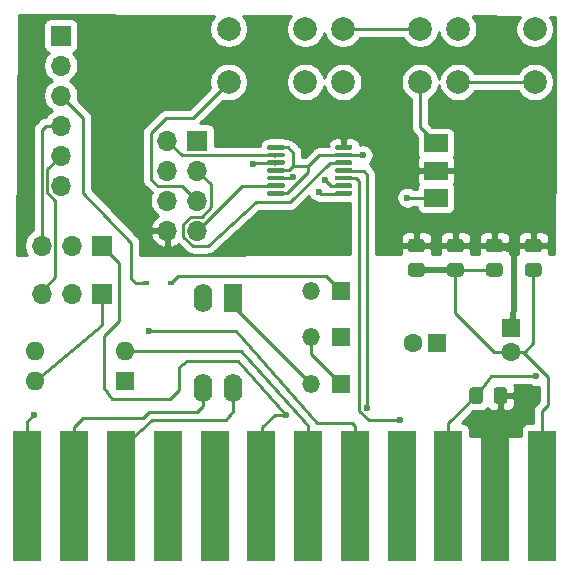
<source format=gbr>
%TF.GenerationSoftware,KiCad,Pcbnew,(5.1.6)-1*%
%TF.CreationDate,2020-09-04T20:31:26+02:00*%
%TF.ProjectId,c64modem,6336346d-6f64-4656-9d2e-6b696361645f,rev?*%
%TF.SameCoordinates,Original*%
%TF.FileFunction,Copper,L1,Top*%
%TF.FilePolarity,Positive*%
%FSLAX46Y46*%
G04 Gerber Fmt 4.6, Leading zero omitted, Abs format (unit mm)*
G04 Created by KiCad (PCBNEW (5.1.6)-1) date 2020-09-04 20:31:26*
%MOMM*%
%LPD*%
G01*
G04 APERTURE LIST*
%TA.AperFunction,SMDPad,CuDef*%
%ADD10R,2.000000X1.500000*%
%TD*%
%TA.AperFunction,SMDPad,CuDef*%
%ADD11R,2.000000X3.800000*%
%TD*%
%TA.AperFunction,ComponentPad*%
%ADD12O,1.700000X1.700000*%
%TD*%
%TA.AperFunction,ComponentPad*%
%ADD13R,1.700000X1.700000*%
%TD*%
%TA.AperFunction,ComponentPad*%
%ADD14O,1.600000X1.600000*%
%TD*%
%TA.AperFunction,ComponentPad*%
%ADD15R,1.600000X1.600000*%
%TD*%
%TA.AperFunction,ComponentPad*%
%ADD16C,2.000000*%
%TD*%
%TA.AperFunction,ComponentPad*%
%ADD17O,1.500000X1.500000*%
%TD*%
%TA.AperFunction,ComponentPad*%
%ADD18R,1.500000X1.500000*%
%TD*%
%TA.AperFunction,SMDPad,CuDef*%
%ADD19R,0.600000X0.450000*%
%TD*%
%TA.AperFunction,ComponentPad*%
%ADD20O,1.600000X2.400000*%
%TD*%
%TA.AperFunction,ComponentPad*%
%ADD21R,1.600000X2.400000*%
%TD*%
%TA.AperFunction,ComponentPad*%
%ADD22C,1.600000*%
%TD*%
%TA.AperFunction,ConnectorPad*%
%ADD23R,2.350000X11.100000*%
%TD*%
%TA.AperFunction,ConnectorPad*%
%ADD24R,2.350000X11.000000*%
%TD*%
%TA.AperFunction,ViaPad*%
%ADD25C,0.600000*%
%TD*%
%TA.AperFunction,Conductor*%
%ADD26C,0.250000*%
%TD*%
%TA.AperFunction,Conductor*%
%ADD27C,0.500000*%
%TD*%
%TA.AperFunction,Conductor*%
%ADD28C,0.254000*%
%TD*%
G04 APERTURE END LIST*
D10*
%TO.P,U2,1*%
%TO.N,GND*%
X161315000Y-75170000D03*
%TO.P,U2,3*%
%TO.N,Net-(C3-Pad1)*%
X161315000Y-79770000D03*
%TO.P,U2,2*%
%TO.N,VCC*%
X161315000Y-77470000D03*
D11*
X167615000Y-77470000D03*
%TD*%
%TO.P,U1,14*%
%TO.N,VCC*%
%TA.AperFunction,SMDPad,CuDef*%
G36*
G01*
X152747000Y-75605000D02*
X152747000Y-75405000D01*
G75*
G02*
X152847000Y-75305000I100000J0D01*
G01*
X154122000Y-75305000D01*
G75*
G02*
X154222000Y-75405000I0J-100000D01*
G01*
X154222000Y-75605000D01*
G75*
G02*
X154122000Y-75705000I-100000J0D01*
G01*
X152847000Y-75705000D01*
G75*
G02*
X152747000Y-75605000I0J100000D01*
G01*
G37*
%TD.AperFunction*%
%TO.P,U1,13*%
%TO.N,GND*%
%TA.AperFunction,SMDPad,CuDef*%
G36*
G01*
X152747000Y-76255000D02*
X152747000Y-76055000D01*
G75*
G02*
X152847000Y-75955000I100000J0D01*
G01*
X154122000Y-75955000D01*
G75*
G02*
X154222000Y-76055000I0J-100000D01*
G01*
X154222000Y-76255000D01*
G75*
G02*
X154122000Y-76355000I-100000J0D01*
G01*
X152847000Y-76355000D01*
G75*
G02*
X152747000Y-76255000I0J100000D01*
G01*
G37*
%TD.AperFunction*%
%TO.P,U1,12*%
%TO.N,/ESP_DCD*%
%TA.AperFunction,SMDPad,CuDef*%
G36*
G01*
X152747000Y-76905000D02*
X152747000Y-76705000D01*
G75*
G02*
X152847000Y-76605000I100000J0D01*
G01*
X154122000Y-76605000D01*
G75*
G02*
X154222000Y-76705000I0J-100000D01*
G01*
X154222000Y-76905000D01*
G75*
G02*
X154122000Y-77005000I-100000J0D01*
G01*
X152847000Y-77005000D01*
G75*
G02*
X152747000Y-76905000I0J100000D01*
G01*
G37*
%TD.AperFunction*%
%TO.P,U1,11*%
%TO.N,/C64_DCD*%
%TA.AperFunction,SMDPad,CuDef*%
G36*
G01*
X152747000Y-77555000D02*
X152747000Y-77355000D01*
G75*
G02*
X152847000Y-77255000I100000J0D01*
G01*
X154122000Y-77255000D01*
G75*
G02*
X154222000Y-77355000I0J-100000D01*
G01*
X154222000Y-77555000D01*
G75*
G02*
X154122000Y-77655000I-100000J0D01*
G01*
X152847000Y-77655000D01*
G75*
G02*
X152747000Y-77555000I0J100000D01*
G01*
G37*
%TD.AperFunction*%
%TO.P,U1,10*%
%TO.N,/C64_RTS*%
%TA.AperFunction,SMDPad,CuDef*%
G36*
G01*
X152747000Y-78205000D02*
X152747000Y-78005000D01*
G75*
G02*
X152847000Y-77905000I100000J0D01*
G01*
X154122000Y-77905000D01*
G75*
G02*
X154222000Y-78005000I0J-100000D01*
G01*
X154222000Y-78205000D01*
G75*
G02*
X154122000Y-78305000I-100000J0D01*
G01*
X152847000Y-78305000D01*
G75*
G02*
X152747000Y-78205000I0J100000D01*
G01*
G37*
%TD.AperFunction*%
%TO.P,U1,9*%
%TO.N,GND*%
%TA.AperFunction,SMDPad,CuDef*%
G36*
G01*
X152747000Y-78855000D02*
X152747000Y-78655000D01*
G75*
G02*
X152847000Y-78555000I100000J0D01*
G01*
X154122000Y-78555000D01*
G75*
G02*
X154222000Y-78655000I0J-100000D01*
G01*
X154222000Y-78855000D01*
G75*
G02*
X154122000Y-78955000I-100000J0D01*
G01*
X152847000Y-78955000D01*
G75*
G02*
X152747000Y-78855000I0J100000D01*
G01*
G37*
%TD.AperFunction*%
%TO.P,U1,8*%
%TO.N,Net-(ESP8266-Pad5)*%
%TA.AperFunction,SMDPad,CuDef*%
G36*
G01*
X152747000Y-79505000D02*
X152747000Y-79305000D01*
G75*
G02*
X152847000Y-79205000I100000J0D01*
G01*
X154122000Y-79205000D01*
G75*
G02*
X154222000Y-79305000I0J-100000D01*
G01*
X154222000Y-79505000D01*
G75*
G02*
X154122000Y-79605000I-100000J0D01*
G01*
X152847000Y-79605000D01*
G75*
G02*
X152747000Y-79505000I0J100000D01*
G01*
G37*
%TD.AperFunction*%
%TO.P,U1,7*%
%TO.N,GND*%
%TA.AperFunction,SMDPad,CuDef*%
G36*
G01*
X147022000Y-79505000D02*
X147022000Y-79305000D01*
G75*
G02*
X147122000Y-79205000I100000J0D01*
G01*
X148397000Y-79205000D01*
G75*
G02*
X148497000Y-79305000I0J-100000D01*
G01*
X148497000Y-79505000D01*
G75*
G02*
X148397000Y-79605000I-100000J0D01*
G01*
X147122000Y-79605000D01*
G75*
G02*
X147022000Y-79505000I0J100000D01*
G01*
G37*
%TD.AperFunction*%
%TO.P,U1,6*%
%TO.N,/ESP_RX*%
%TA.AperFunction,SMDPad,CuDef*%
G36*
G01*
X147022000Y-78855000D02*
X147022000Y-78655000D01*
G75*
G02*
X147122000Y-78555000I100000J0D01*
G01*
X148397000Y-78555000D01*
G75*
G02*
X148497000Y-78655000I0J-100000D01*
G01*
X148497000Y-78855000D01*
G75*
G02*
X148397000Y-78955000I-100000J0D01*
G01*
X147122000Y-78955000D01*
G75*
G02*
X147022000Y-78855000I0J100000D01*
G01*
G37*
%TD.AperFunction*%
%TO.P,U1,5*%
%TO.N,/TX*%
%TA.AperFunction,SMDPad,CuDef*%
G36*
G01*
X147022000Y-78205000D02*
X147022000Y-78005000D01*
G75*
G02*
X147122000Y-77905000I100000J0D01*
G01*
X148397000Y-77905000D01*
G75*
G02*
X148497000Y-78005000I0J-100000D01*
G01*
X148497000Y-78205000D01*
G75*
G02*
X148397000Y-78305000I-100000J0D01*
G01*
X147122000Y-78305000D01*
G75*
G02*
X147022000Y-78205000I0J100000D01*
G01*
G37*
%TD.AperFunction*%
%TO.P,U1,4*%
%TO.N,GND*%
%TA.AperFunction,SMDPad,CuDef*%
G36*
G01*
X147022000Y-77555000D02*
X147022000Y-77355000D01*
G75*
G02*
X147122000Y-77255000I100000J0D01*
G01*
X148397000Y-77255000D01*
G75*
G02*
X148497000Y-77355000I0J-100000D01*
G01*
X148497000Y-77555000D01*
G75*
G02*
X148397000Y-77655000I-100000J0D01*
G01*
X147122000Y-77655000D01*
G75*
G02*
X147022000Y-77555000I0J100000D01*
G01*
G37*
%TD.AperFunction*%
%TO.P,U1,3*%
%TO.N,/RX*%
%TA.AperFunction,SMDPad,CuDef*%
G36*
G01*
X147022000Y-76905000D02*
X147022000Y-76705000D01*
G75*
G02*
X147122000Y-76605000I100000J0D01*
G01*
X148397000Y-76605000D01*
G75*
G02*
X148497000Y-76705000I0J-100000D01*
G01*
X148497000Y-76905000D01*
G75*
G02*
X148397000Y-77005000I-100000J0D01*
G01*
X147122000Y-77005000D01*
G75*
G02*
X147022000Y-76905000I0J100000D01*
G01*
G37*
%TD.AperFunction*%
%TO.P,U1,2*%
%TO.N,/ESP_TX*%
%TA.AperFunction,SMDPad,CuDef*%
G36*
G01*
X147022000Y-76255000D02*
X147022000Y-76055000D01*
G75*
G02*
X147122000Y-75955000I100000J0D01*
G01*
X148397000Y-75955000D01*
G75*
G02*
X148497000Y-76055000I0J-100000D01*
G01*
X148497000Y-76255000D01*
G75*
G02*
X148397000Y-76355000I-100000J0D01*
G01*
X147122000Y-76355000D01*
G75*
G02*
X147022000Y-76255000I0J100000D01*
G01*
G37*
%TD.AperFunction*%
%TO.P,U1,1*%
%TO.N,GND*%
%TA.AperFunction,SMDPad,CuDef*%
G36*
G01*
X147022000Y-75605000D02*
X147022000Y-75405000D01*
G75*
G02*
X147122000Y-75305000I100000J0D01*
G01*
X148397000Y-75305000D01*
G75*
G02*
X148497000Y-75405000I0J-100000D01*
G01*
X148497000Y-75605000D01*
G75*
G02*
X148397000Y-75705000I-100000J0D01*
G01*
X147122000Y-75705000D01*
G75*
G02*
X147022000Y-75605000I0J100000D01*
G01*
G37*
%TD.AperFunction*%
%TD*%
D12*
%TO.P,ESP8266,8*%
%TO.N,VCC*%
X138557000Y-82550000D03*
%TO.P,ESP8266,7*%
%TO.N,/ESP_RX*%
X141097000Y-82550000D03*
%TO.P,ESP8266,6*%
%TO.N,/~ESP_RST*%
X138557000Y-80010000D03*
%TO.P,ESP8266,5*%
%TO.N,Net-(ESP8266-Pad5)*%
X141097000Y-80010000D03*
%TO.P,ESP8266,4*%
%TO.N,Net-(ESP8266-Pad4)*%
X138557000Y-77470000D03*
%TO.P,ESP8266,3*%
%TO.N,/ESP_DCD*%
X141097000Y-77470000D03*
%TO.P,ESP8266,2*%
%TO.N,/ESP_TX*%
X138557000Y-74930000D03*
D13*
%TO.P,ESP8266,1*%
%TO.N,GND*%
X141097000Y-74930000D03*
%TD*%
D14*
%TO.P,SW1,4*%
%TO.N,/C64_TX*%
X127317500Y-95250000D03*
%TO.P,SW1,2*%
%TO.N,/SP2*%
X134937500Y-92710000D03*
%TO.P,SW1,3*%
%TO.N,/C64_DSR*%
X127317500Y-92710000D03*
D15*
%TO.P,SW1,1*%
%TO.N,/SP1*%
X134937500Y-95250000D03*
%TD*%
D16*
%TO.P,SW4,1*%
%TO.N,Net-(ESP8266-Pad5)*%
X143741000Y-69977000D03*
%TO.P,SW4,2*%
%TO.N,GND*%
X143741000Y-65477000D03*
%TO.P,SW4,1*%
%TO.N,Net-(ESP8266-Pad5)*%
X150241000Y-69977000D03*
%TO.P,SW4,2*%
%TO.N,GND*%
X150241000Y-65477000D03*
%TD*%
%TO.P,SW3,1*%
%TO.N,/RST#*%
X163172000Y-69977000D03*
%TO.P,SW3,2*%
%TO.N,GND*%
X163172000Y-65477000D03*
%TO.P,SW3,1*%
%TO.N,/RST#*%
X169672000Y-69977000D03*
%TO.P,SW3,2*%
%TO.N,GND*%
X169672000Y-65477000D03*
%TD*%
%TO.P,SW2,1*%
%TO.N,GND*%
X153443800Y-69977000D03*
%TO.P,SW2,2*%
%TO.N,/~ESP_RST*%
X153443800Y-65477000D03*
%TO.P,SW2,1*%
%TO.N,GND*%
X159943800Y-69977000D03*
%TO.P,SW2,2*%
%TO.N,/~ESP_RST*%
X159943800Y-65477000D03*
%TD*%
%TO.P,R1,2*%
%TO.N,+5V*%
%TA.AperFunction,SMDPad,CuDef*%
G36*
G01*
X166185000Y-96970001D02*
X166185000Y-96069999D01*
G75*
G02*
X166434999Y-95820000I249999J0D01*
G01*
X167085001Y-95820000D01*
G75*
G02*
X167335000Y-96069999I0J-249999D01*
G01*
X167335000Y-96970001D01*
G75*
G02*
X167085001Y-97220000I-249999J0D01*
G01*
X166434999Y-97220000D01*
G75*
G02*
X166185000Y-96970001I0J249999D01*
G01*
G37*
%TD.AperFunction*%
%TO.P,R1,1*%
%TO.N,/RST#*%
%TA.AperFunction,SMDPad,CuDef*%
G36*
G01*
X164135000Y-96970001D02*
X164135000Y-96069999D01*
G75*
G02*
X164384999Y-95820000I249999J0D01*
G01*
X165035001Y-95820000D01*
G75*
G02*
X165285000Y-96069999I0J-249999D01*
G01*
X165285000Y-96970001D01*
G75*
G02*
X165035001Y-97220000I-249999J0D01*
G01*
X164384999Y-97220000D01*
G75*
G02*
X164135000Y-96970001I0J249999D01*
G01*
G37*
%TD.AperFunction*%
%TD*%
D12*
%TO.P,JP2,3*%
%TO.N,/FTDI_RX*%
X127914400Y-83820000D03*
%TO.P,JP2,2*%
%TO.N,/RX*%
X130454400Y-83820000D03*
D13*
%TO.P,JP2,1*%
%TO.N,/C64_RX*%
X132994400Y-83820000D03*
%TD*%
D12*
%TO.P,JP1,3*%
%TO.N,/FTDI_TX*%
X127914400Y-87884000D03*
%TO.P,JP1,2*%
%TO.N,/TX*%
X130454400Y-87884000D03*
D13*
%TO.P,JP1,1*%
%TO.N,/C64_TX*%
X132994400Y-87884000D03*
%TD*%
D12*
%TO.P,J1,6*%
%TO.N,N/C*%
X129540000Y-78740000D03*
%TO.P,J1,5*%
%TO.N,/FTDI_TX*%
X129540000Y-76200000D03*
%TO.P,J1,4*%
%TO.N,/FTDI_RX*%
X129540000Y-73660000D03*
%TO.P,J1,3*%
%TO.N,FTDI_PWR*%
X129540000Y-71120000D03*
%TO.P,J1,2*%
%TO.N,N/C*%
X129540000Y-68580000D03*
D13*
%TO.P,J1,1*%
%TO.N,GND*%
X129540000Y-66040000D03*
%TD*%
D17*
%TO.P,D5,2*%
%TO.N,Net-(D3-Pad1)*%
X150698200Y-87630000D03*
D18*
%TO.P,D5,1*%
%TO.N,Net-(C3-Pad1)*%
X153238200Y-87630000D03*
%TD*%
D19*
%TO.P,D4,2*%
%TO.N,FTDI_PWR*%
X136745000Y-86995000D03*
%TO.P,D4,1*%
%TO.N,Net-(C3-Pad1)*%
X138845000Y-86995000D03*
%TD*%
D17*
%TO.P,D3,2*%
%TO.N,Net-(D2-Pad1)*%
X150698200Y-91541600D03*
D18*
%TO.P,D3,1*%
%TO.N,Net-(D3-Pad1)*%
X153238200Y-91541600D03*
%TD*%
D17*
%TO.P,D2,2*%
%TO.N,Net-(D1-Pad1)*%
X150698200Y-95504000D03*
D18*
%TO.P,D2,1*%
%TO.N,Net-(D2-Pad1)*%
X153238200Y-95504000D03*
%TD*%
D20*
%TO.P,D1,4*%
%TO.N,9VAC2*%
X144145000Y-95885000D03*
%TO.P,D1,2*%
%TO.N,GND*%
X141605000Y-88265000D03*
%TO.P,D1,3*%
%TO.N,9VAC1*%
X141605000Y-95885000D03*
D21*
%TO.P,D1,1*%
%TO.N,Net-(D1-Pad1)*%
X144145000Y-88265000D03*
%TD*%
%TO.P,C7,2*%
%TO.N,GND*%
%TA.AperFunction,SMDPad,CuDef*%
G36*
G01*
X165792999Y-85295000D02*
X166693001Y-85295000D01*
G75*
G02*
X166943000Y-85544999I0J-249999D01*
G01*
X166943000Y-86195001D01*
G75*
G02*
X166693001Y-86445000I-249999J0D01*
G01*
X165792999Y-86445000D01*
G75*
G02*
X165543000Y-86195001I0J249999D01*
G01*
X165543000Y-85544999D01*
G75*
G02*
X165792999Y-85295000I249999J0D01*
G01*
G37*
%TD.AperFunction*%
%TO.P,C7,1*%
%TO.N,VCC*%
%TA.AperFunction,SMDPad,CuDef*%
G36*
G01*
X165792999Y-83245000D02*
X166693001Y-83245000D01*
G75*
G02*
X166943000Y-83494999I0J-249999D01*
G01*
X166943000Y-84145001D01*
G75*
G02*
X166693001Y-84395000I-249999J0D01*
G01*
X165792999Y-84395000D01*
G75*
G02*
X165543000Y-84145001I0J249999D01*
G01*
X165543000Y-83494999D01*
G75*
G02*
X165792999Y-83245000I249999J0D01*
G01*
G37*
%TD.AperFunction*%
%TD*%
D22*
%TO.P,C6,2*%
%TO.N,GND*%
X167640000Y-92805000D03*
D15*
%TO.P,C6,1*%
%TO.N,VCC*%
X167640000Y-90805000D03*
%TD*%
%TO.P,C5,2*%
%TO.N,GND*%
%TA.AperFunction,SMDPad,CuDef*%
G36*
G01*
X159188999Y-85295000D02*
X160089001Y-85295000D01*
G75*
G02*
X160339000Y-85544999I0J-249999D01*
G01*
X160339000Y-86195001D01*
G75*
G02*
X160089001Y-86445000I-249999J0D01*
G01*
X159188999Y-86445000D01*
G75*
G02*
X158939000Y-86195001I0J249999D01*
G01*
X158939000Y-85544999D01*
G75*
G02*
X159188999Y-85295000I249999J0D01*
G01*
G37*
%TD.AperFunction*%
%TO.P,C5,1*%
%TO.N,VCC*%
%TA.AperFunction,SMDPad,CuDef*%
G36*
G01*
X159188999Y-83245000D02*
X160089001Y-83245000D01*
G75*
G02*
X160339000Y-83494999I0J-249999D01*
G01*
X160339000Y-84145001D01*
G75*
G02*
X160089001Y-84395000I-249999J0D01*
G01*
X159188999Y-84395000D01*
G75*
G02*
X158939000Y-84145001I0J249999D01*
G01*
X158939000Y-83494999D01*
G75*
G02*
X159188999Y-83245000I249999J0D01*
G01*
G37*
%TD.AperFunction*%
%TD*%
D22*
%TO.P,C3,2*%
%TO.N,GND*%
X159385000Y-92075000D03*
D15*
%TO.P,C3,1*%
%TO.N,Net-(C3-Pad1)*%
X161385000Y-92075000D03*
%TD*%
%TO.P,C2,2*%
%TO.N,GND*%
%TA.AperFunction,SMDPad,CuDef*%
G36*
G01*
X162490999Y-85295000D02*
X163391001Y-85295000D01*
G75*
G02*
X163641000Y-85544999I0J-249999D01*
G01*
X163641000Y-86195001D01*
G75*
G02*
X163391001Y-86445000I-249999J0D01*
G01*
X162490999Y-86445000D01*
G75*
G02*
X162241000Y-86195001I0J249999D01*
G01*
X162241000Y-85544999D01*
G75*
G02*
X162490999Y-85295000I249999J0D01*
G01*
G37*
%TD.AperFunction*%
%TO.P,C2,1*%
%TO.N,VCC*%
%TA.AperFunction,SMDPad,CuDef*%
G36*
G01*
X162490999Y-83245000D02*
X163391001Y-83245000D01*
G75*
G02*
X163641000Y-83494999I0J-249999D01*
G01*
X163641000Y-84145001D01*
G75*
G02*
X163391001Y-84395000I-249999J0D01*
G01*
X162490999Y-84395000D01*
G75*
G02*
X162241000Y-84145001I0J249999D01*
G01*
X162241000Y-83494999D01*
G75*
G02*
X162490999Y-83245000I249999J0D01*
G01*
G37*
%TD.AperFunction*%
%TD*%
%TO.P,C1,2*%
%TO.N,VCC*%
%TA.AperFunction,SMDPad,CuDef*%
G36*
G01*
X169995001Y-84395000D02*
X169094999Y-84395000D01*
G75*
G02*
X168845000Y-84145001I0J249999D01*
G01*
X168845000Y-83494999D01*
G75*
G02*
X169094999Y-83245000I249999J0D01*
G01*
X169995001Y-83245000D01*
G75*
G02*
X170245000Y-83494999I0J-249999D01*
G01*
X170245000Y-84145001D01*
G75*
G02*
X169995001Y-84395000I-249999J0D01*
G01*
G37*
%TD.AperFunction*%
%TO.P,C1,1*%
%TO.N,GND*%
%TA.AperFunction,SMDPad,CuDef*%
G36*
G01*
X169995001Y-86445000D02*
X169094999Y-86445000D01*
G75*
G02*
X168845000Y-86195001I0J249999D01*
G01*
X168845000Y-85544999D01*
G75*
G02*
X169094999Y-85295000I249999J0D01*
G01*
X169995001Y-85295000D01*
G75*
G02*
X170245000Y-85544999I0J-249999D01*
G01*
X170245000Y-86195001D01*
G75*
G02*
X169995001Y-86445000I-249999J0D01*
G01*
G37*
%TD.AperFunction*%
%TD*%
D23*
%TO.P,CN1,12*%
%TO.N,GND*%
X126716100Y-105003600D03*
%TO.P,CN1,11*%
%TO.N,9VAC1*%
X130676100Y-105003600D03*
%TO.P,CN1,10*%
%TO.N,9VAC2*%
X134636100Y-105003600D03*
D24*
%TO.P,CN1,9*%
%TO.N,N/C*%
X138596100Y-105003600D03*
D23*
%TO.P,CN1,8*%
X142556100Y-105003600D03*
%TO.P,CN1,7*%
%TO.N,/C64_RX*%
X146516100Y-105003600D03*
%TO.P,CN1,6*%
%TO.N,/SP2*%
X150476100Y-105003600D03*
%TO.P,CN1,5*%
%TO.N,/SP1*%
X154436100Y-105003600D03*
%TO.P,CN1,4*%
%TO.N,N/C*%
X158396100Y-105003600D03*
%TO.P,CN1,3*%
%TO.N,/RST#*%
X162356100Y-105003600D03*
%TO.P,CN1,2*%
%TO.N,+5V*%
X166316100Y-105003600D03*
%TO.P,CN1,1*%
%TO.N,GND*%
X170276100Y-105003600D03*
%TD*%
D25*
%TO.N,GND*%
X151892000Y-78232000D03*
X127254000Y-98171000D03*
X155097000Y-76170000D03*
%TO.N,VCC*%
X138938000Y-66421000D03*
%TO.N,/C64_RX*%
X148590000Y-98171000D03*
%TO.N,/SP1*%
X137033000Y-91059000D03*
%TO.N,/RST#*%
X169799000Y-94869000D03*
%TO.N,+5V*%
X164719000Y-98552000D03*
%TO.N,/C64_DCD*%
X155448000Y-97536000D03*
%TO.N,/C64_RTS*%
X158242000Y-98615500D03*
%TO.N,/TX*%
X149225000Y-77978000D03*
%TO.N,/RX*%
X145825853Y-76954942D03*
%TO.N,Net-(C3-Pad1)*%
X158877000Y-79756000D03*
%TO.N,Net-(ESP8266-Pad5)*%
X151384000Y-79248000D03*
%TD*%
D26*
%TO.N,GND*%
X153357500Y-78770000D02*
X152430000Y-78770000D01*
X152430000Y-78770000D02*
X151892000Y-78232000D01*
X126716100Y-105003600D02*
X126716100Y-98708900D01*
X126716100Y-98708900D02*
X127254000Y-98171000D01*
X155097000Y-76170000D02*
X153357500Y-76170000D01*
X159943800Y-73798800D02*
X161315000Y-75170000D01*
X159943800Y-69977000D02*
X159943800Y-73798800D01*
D27*
X159639000Y-85870000D02*
X162941000Y-85870000D01*
D26*
X170276100Y-105003600D02*
X170276100Y-97820900D01*
X170276100Y-97820900D02*
X170815000Y-97282000D01*
X170815000Y-94959998D02*
X168660002Y-92805000D01*
X168660002Y-92805000D02*
X167640000Y-92805000D01*
X170815000Y-97282000D02*
X170815000Y-94959998D01*
X147759500Y-75505000D02*
X148784000Y-75505000D01*
X148784000Y-75505000D02*
X149225000Y-75946000D01*
X149225000Y-75946000D02*
X149225000Y-77089000D01*
X148859000Y-77455000D02*
X147759500Y-77455000D01*
X149225000Y-77089000D02*
X148859000Y-77455000D01*
X149225000Y-77089000D02*
X150495000Y-77089000D01*
X151429000Y-76155000D02*
X153484500Y-76155000D01*
X150495000Y-77089000D02*
X151429000Y-76155000D01*
X148723002Y-79405000D02*
X150495000Y-77633002D01*
X150495000Y-77633002D02*
X150495000Y-77089000D01*
X147759500Y-79405000D02*
X148723002Y-79405000D01*
X167640000Y-92805000D02*
X168815000Y-92805000D01*
X169545000Y-92075000D02*
X169545000Y-85870000D01*
X168815000Y-92805000D02*
X169545000Y-92075000D01*
X162941000Y-85870000D02*
X166243000Y-85870000D01*
X162941000Y-85870000D02*
X162941000Y-89535000D01*
X166211000Y-92805000D02*
X167640000Y-92805000D01*
X162941000Y-89535000D02*
X166211000Y-92805000D01*
D27*
%TO.N,VCC*%
X167894000Y-89154000D02*
X167640000Y-90805000D01*
X166243000Y-83820000D02*
X167894000Y-84201000D01*
X167894000Y-84201000D02*
X167894000Y-89154000D01*
D26*
X153484500Y-75505000D02*
X153484500Y-74861500D01*
X153484500Y-74861500D02*
X153924000Y-74422000D01*
X153924000Y-74422000D02*
X156591000Y-74422000D01*
X159639000Y-77470000D02*
X161315000Y-77470000D01*
X156591000Y-74422000D02*
X159639000Y-77470000D01*
%TO.N,9VAC1*%
X141605000Y-97409000D02*
X141605000Y-95885000D01*
X130676100Y-99203600D02*
X131454700Y-98425000D01*
X130676100Y-105003600D02*
X130676100Y-99203600D01*
X131454700Y-98425000D02*
X136523590Y-98425000D01*
X136523590Y-98425000D02*
X137032295Y-97916295D01*
X141097000Y-97917000D02*
X141605000Y-97409000D01*
X137032295Y-97916295D02*
X141097000Y-97917000D01*
%TO.N,9VAC2*%
X144145000Y-97790000D02*
X144145000Y-95885000D01*
X143510000Y-98552000D02*
X144145000Y-97790000D01*
X137287000Y-98552000D02*
X143510000Y-98552000D01*
X134636100Y-105003600D02*
X134636100Y-100948900D01*
X134636100Y-100948900D02*
X137287000Y-98552000D01*
%TO.N,/C64_RX*%
X146558000Y-99187000D02*
X146516100Y-105003600D01*
X148590000Y-98171000D02*
X147701000Y-98171000D01*
X147701000Y-98171000D02*
X146558000Y-99187000D01*
X134493000Y-90170000D02*
X134493000Y-85318600D01*
X133223000Y-95885000D02*
X133223000Y-91440000D01*
X133877499Y-96774000D02*
X133223000Y-95885000D01*
X133223000Y-91440000D02*
X134493000Y-90170000D01*
X138811000Y-96774000D02*
X133877499Y-96774000D01*
X144526000Y-93599000D02*
X140208000Y-93599000D01*
X148590000Y-98171000D02*
X144526000Y-93599000D01*
X140208000Y-93599000D02*
X139573000Y-94107000D01*
X139573000Y-94107000D02*
X139573000Y-96012000D01*
X134493000Y-85318600D02*
X132994400Y-83820000D01*
X139573000Y-96012000D02*
X138811000Y-96774000D01*
%TO.N,/SP2*%
X150114000Y-98679000D02*
X144780000Y-92710000D01*
X150476100Y-105003600D02*
X150495000Y-99060000D01*
X144780000Y-92710000D02*
X134620000Y-92710000D01*
X150495000Y-99060000D02*
X150114000Y-98679000D01*
%TO.N,/SP1*%
X144399000Y-91059000D02*
X137033000Y-91059000D01*
X154436100Y-101159600D02*
X154432000Y-99060000D01*
X154436100Y-105003600D02*
X154436100Y-101159600D01*
X154178000Y-98806000D02*
X151257000Y-98806000D01*
X154432000Y-99060000D02*
X154178000Y-98806000D01*
X151257000Y-98806000D02*
X144399000Y-91059000D01*
%TO.N,/RST#*%
X162356100Y-98873900D02*
X164710000Y-96520000D01*
X162356100Y-105003600D02*
X162356100Y-98873900D01*
X169672000Y-69977000D02*
X163172000Y-69977000D01*
X169799000Y-94869000D02*
X165989000Y-94869000D01*
X165989000Y-94869000D02*
X164710000Y-96520000D01*
%TO.N,+5V*%
X166760000Y-98670000D02*
X166760000Y-96520000D01*
X166316100Y-105003600D02*
X166316100Y-99113900D01*
X166316100Y-99113900D02*
X166760000Y-98670000D01*
X164719000Y-98552000D02*
X166316100Y-99113900D01*
%TO.N,/C64_TX*%
X132994400Y-90525600D02*
X132994400Y-87630000D01*
X127317500Y-95250000D02*
X132994400Y-90525600D01*
%TO.N,/C64_DCD*%
X155194000Y-77470000D02*
X153357500Y-77470000D01*
X155448000Y-97536000D02*
X155448000Y-77851000D01*
X155448000Y-77851000D02*
X155194000Y-77470000D01*
%TO.N,/C64_RTS*%
X154813000Y-78359000D02*
X154813000Y-85090000D01*
X153484500Y-78105000D02*
X154559000Y-78105000D01*
X154559000Y-78105000D02*
X154813000Y-78359000D01*
X158242000Y-98615500D02*
X155638500Y-98615500D01*
X154822999Y-85099999D02*
X154813000Y-85090000D01*
X154822999Y-97799999D02*
X154822999Y-85099999D01*
X155638500Y-98615500D02*
X154822999Y-97799999D01*
%TO.N,Net-(D1-Pad1)*%
X144145000Y-88950800D02*
X150698200Y-95504000D01*
X144145000Y-88265000D02*
X144145000Y-88950800D01*
%TO.N,FTDI_PWR*%
X131445000Y-73025000D02*
X129540000Y-71120000D01*
X135890000Y-86995000D02*
X135509000Y-86614000D01*
X136745000Y-86995000D02*
X135890000Y-86995000D01*
X135509000Y-86614000D02*
X135509000Y-83566000D01*
X135509000Y-83566000D02*
X131445000Y-79375000D01*
X131445000Y-79375000D02*
X131445000Y-73025000D01*
%TO.N,/FTDI_RX*%
X129540000Y-73660000D02*
X128270000Y-73660000D01*
X128270000Y-73660000D02*
X127914400Y-74015600D01*
X127914400Y-74015600D02*
X127914400Y-83820000D01*
%TO.N,/FTDI_TX*%
X129089401Y-86454999D02*
X127914400Y-87630000D01*
X129540000Y-76200000D02*
X128364410Y-77375590D01*
X128364410Y-79303412D02*
X128364410Y-77375590D01*
X129089401Y-86454999D02*
X129089401Y-80028403D01*
X129089401Y-80028403D02*
X128364410Y-79303412D01*
%TO.N,/ESP_TX*%
X147602500Y-76200000D02*
X147632500Y-76170000D01*
X139782000Y-76155000D02*
X138557000Y-74930000D01*
X147759500Y-76155000D02*
X139782000Y-76155000D01*
%TO.N,/ESP_RX*%
X144892000Y-78755000D02*
X141097000Y-82550000D01*
X147759500Y-78755000D02*
X144892000Y-78755000D01*
%TO.N,/TX*%
X149034500Y-78105000D02*
X147759500Y-78105000D01*
X149225000Y-77978000D02*
X149034500Y-78105000D01*
%TO.N,/RX*%
X147554000Y-76898500D02*
X147632500Y-76820000D01*
X145960795Y-76820000D02*
X147632500Y-76820000D01*
X145825853Y-76954942D02*
X145960795Y-76820000D01*
%TO.N,Net-(C3-Pad1)*%
X138845000Y-86995000D02*
X139480000Y-86360000D01*
X151968200Y-86360000D02*
X153238200Y-87630000D01*
X139480000Y-86360000D02*
X151968200Y-86360000D01*
X153238200Y-87630000D02*
X153455000Y-87630000D01*
X158877000Y-79756000D02*
X161315000Y-79770000D01*
%TO.N,Net-(D2-Pad1)*%
X150698200Y-92964000D02*
X153238200Y-95504000D01*
X150698200Y-91541600D02*
X150698200Y-92964000D01*
%TO.N,/~ESP_RST*%
X153443800Y-65477000D02*
X159943800Y-65477000D01*
%TO.N,Net-(ESP8266-Pad5)*%
X151556000Y-79420000D02*
X153357500Y-79420000D01*
X151384000Y-79248000D02*
X151556000Y-79420000D01*
X137795000Y-78740000D02*
X139827000Y-78740000D01*
X140693000Y-73025000D02*
X138430000Y-73025000D01*
X143741000Y-69977000D02*
X140693000Y-73025000D01*
X138430000Y-73025000D02*
X137160000Y-74295000D01*
X139827000Y-78740000D02*
X141097000Y-80010000D01*
X137160000Y-74295000D02*
X137160000Y-78232000D01*
X137160000Y-78232000D02*
X137795000Y-78740000D01*
%TO.N,/ESP_DCD*%
X142272001Y-78645001D02*
X141097000Y-77470000D01*
X141986000Y-83820000D02*
X140716000Y-83820000D01*
X146050000Y-80137000D02*
X141986000Y-83820000D01*
X152303000Y-76805000D02*
X148971000Y-80137000D01*
X139921999Y-81985999D02*
X140532999Y-81374999D01*
X148971000Y-80137000D02*
X146050000Y-80137000D01*
X140716000Y-83820000D02*
X139921999Y-83114001D01*
X153484500Y-76805000D02*
X152303000Y-76805000D01*
X139921999Y-83114001D02*
X139921999Y-81985999D01*
X140532999Y-81374999D02*
X141471003Y-81374999D01*
X141471003Y-81374999D02*
X142272001Y-80574001D01*
X142272001Y-80574001D02*
X142272001Y-78645001D01*
%TD*%
D28*
%TO.N,+5V*%
G36*
X169356111Y-95697586D02*
G01*
X169526271Y-95768068D01*
X169706911Y-95804000D01*
X169891089Y-95804000D01*
X170055001Y-95771396D01*
X170055000Y-96967198D01*
X169765098Y-97257101D01*
X169736100Y-97280899D01*
X169712302Y-97309897D01*
X169712301Y-97309898D01*
X169641126Y-97396624D01*
X169570554Y-97528654D01*
X169546728Y-97607201D01*
X169529196Y-97665000D01*
X169527098Y-97671915D01*
X169512424Y-97820900D01*
X169516101Y-97858232D01*
X169516101Y-98815528D01*
X169101100Y-98815528D01*
X168976618Y-98827788D01*
X168856920Y-98864098D01*
X168746606Y-98923063D01*
X168649915Y-99002415D01*
X168570563Y-99099106D01*
X168511598Y-99209420D01*
X168475288Y-99329118D01*
X168463028Y-99453600D01*
X168463028Y-99949000D01*
X164169172Y-99949000D01*
X164169172Y-99453600D01*
X164156912Y-99329118D01*
X164120602Y-99209420D01*
X164061637Y-99099106D01*
X163982285Y-99002415D01*
X163885594Y-98923063D01*
X163775280Y-98864098D01*
X163655582Y-98827788D01*
X163531100Y-98815528D01*
X163489273Y-98815528D01*
X164446730Y-97858072D01*
X165035001Y-97858072D01*
X165208255Y-97841008D01*
X165374851Y-97790472D01*
X165528387Y-97708405D01*
X165662962Y-97597962D01*
X165668342Y-97591406D01*
X165733815Y-97671185D01*
X165830506Y-97750537D01*
X165940820Y-97809502D01*
X166060518Y-97845812D01*
X166185000Y-97858072D01*
X166474250Y-97855000D01*
X166633000Y-97696250D01*
X166633000Y-96647000D01*
X166887000Y-96647000D01*
X166887000Y-97696250D01*
X167045750Y-97855000D01*
X167335000Y-97858072D01*
X167459482Y-97845812D01*
X167579180Y-97809502D01*
X167689494Y-97750537D01*
X167786185Y-97671185D01*
X167865537Y-97574494D01*
X167924502Y-97464180D01*
X167960812Y-97344482D01*
X167973072Y-97220000D01*
X167970000Y-96805750D01*
X167811250Y-96647000D01*
X166887000Y-96647000D01*
X166633000Y-96647000D01*
X166613000Y-96647000D01*
X166613000Y-96393000D01*
X166633000Y-96393000D01*
X166633000Y-96373000D01*
X166887000Y-96373000D01*
X166887000Y-96393000D01*
X167811250Y-96393000D01*
X167970000Y-96234250D01*
X167973072Y-95820000D01*
X167960812Y-95695518D01*
X167940634Y-95629000D01*
X169253465Y-95629000D01*
X169356111Y-95697586D01*
G37*
X169356111Y-95697586D02*
X169526271Y-95768068D01*
X169706911Y-95804000D01*
X169891089Y-95804000D01*
X170055001Y-95771396D01*
X170055000Y-96967198D01*
X169765098Y-97257101D01*
X169736100Y-97280899D01*
X169712302Y-97309897D01*
X169712301Y-97309898D01*
X169641126Y-97396624D01*
X169570554Y-97528654D01*
X169546728Y-97607201D01*
X169529196Y-97665000D01*
X169527098Y-97671915D01*
X169512424Y-97820900D01*
X169516101Y-97858232D01*
X169516101Y-98815528D01*
X169101100Y-98815528D01*
X168976618Y-98827788D01*
X168856920Y-98864098D01*
X168746606Y-98923063D01*
X168649915Y-99002415D01*
X168570563Y-99099106D01*
X168511598Y-99209420D01*
X168475288Y-99329118D01*
X168463028Y-99453600D01*
X168463028Y-99949000D01*
X164169172Y-99949000D01*
X164169172Y-99453600D01*
X164156912Y-99329118D01*
X164120602Y-99209420D01*
X164061637Y-99099106D01*
X163982285Y-99002415D01*
X163885594Y-98923063D01*
X163775280Y-98864098D01*
X163655582Y-98827788D01*
X163531100Y-98815528D01*
X163489273Y-98815528D01*
X164446730Y-97858072D01*
X165035001Y-97858072D01*
X165208255Y-97841008D01*
X165374851Y-97790472D01*
X165528387Y-97708405D01*
X165662962Y-97597962D01*
X165668342Y-97591406D01*
X165733815Y-97671185D01*
X165830506Y-97750537D01*
X165940820Y-97809502D01*
X166060518Y-97845812D01*
X166185000Y-97858072D01*
X166474250Y-97855000D01*
X166633000Y-97696250D01*
X166633000Y-96647000D01*
X166887000Y-96647000D01*
X166887000Y-97696250D01*
X167045750Y-97855000D01*
X167335000Y-97858072D01*
X167459482Y-97845812D01*
X167579180Y-97809502D01*
X167689494Y-97750537D01*
X167786185Y-97671185D01*
X167865537Y-97574494D01*
X167924502Y-97464180D01*
X167960812Y-97344482D01*
X167973072Y-97220000D01*
X167970000Y-96805750D01*
X167811250Y-96647000D01*
X166887000Y-96647000D01*
X166633000Y-96647000D01*
X166613000Y-96647000D01*
X166613000Y-96393000D01*
X166633000Y-96393000D01*
X166633000Y-96373000D01*
X166887000Y-96373000D01*
X166887000Y-96393000D01*
X167811250Y-96393000D01*
X167970000Y-96234250D01*
X167973072Y-95820000D01*
X167960812Y-95695518D01*
X167940634Y-95629000D01*
X169253465Y-95629000D01*
X169356111Y-95697586D01*
%TO.N,VCC*%
G36*
X142533163Y-64372598D02*
G01*
X142471013Y-64434748D01*
X142292082Y-64702537D01*
X142168832Y-65000088D01*
X142106000Y-65315967D01*
X142106000Y-65638033D01*
X142168832Y-65953912D01*
X142292082Y-66251463D01*
X142471013Y-66519252D01*
X142698748Y-66746987D01*
X142966537Y-66925918D01*
X143264088Y-67049168D01*
X143579967Y-67112000D01*
X143902033Y-67112000D01*
X144217912Y-67049168D01*
X144515463Y-66925918D01*
X144783252Y-66746987D01*
X145010987Y-66519252D01*
X145189918Y-66251463D01*
X145313168Y-65953912D01*
X145376000Y-65638033D01*
X145376000Y-65315967D01*
X145313168Y-65000088D01*
X145189918Y-64702537D01*
X145010987Y-64434748D01*
X144954217Y-64377978D01*
X149018750Y-64387011D01*
X148971013Y-64434748D01*
X148792082Y-64702537D01*
X148668832Y-65000088D01*
X148606000Y-65315967D01*
X148606000Y-65638033D01*
X148668832Y-65953912D01*
X148792082Y-66251463D01*
X148971013Y-66519252D01*
X149198748Y-66746987D01*
X149466537Y-66925918D01*
X149764088Y-67049168D01*
X150079967Y-67112000D01*
X150402033Y-67112000D01*
X150717912Y-67049168D01*
X151015463Y-66925918D01*
X151283252Y-66746987D01*
X151510987Y-66519252D01*
X151689918Y-66251463D01*
X151813168Y-65953912D01*
X151842400Y-65806952D01*
X151871632Y-65953912D01*
X151994882Y-66251463D01*
X152173813Y-66519252D01*
X152401548Y-66746987D01*
X152669337Y-66925918D01*
X152966888Y-67049168D01*
X153282767Y-67112000D01*
X153604833Y-67112000D01*
X153920712Y-67049168D01*
X154218263Y-66925918D01*
X154486052Y-66746987D01*
X154713787Y-66519252D01*
X154892718Y-66251463D01*
X154898709Y-66237000D01*
X158488891Y-66237000D01*
X158494882Y-66251463D01*
X158673813Y-66519252D01*
X158901548Y-66746987D01*
X159169337Y-66925918D01*
X159466888Y-67049168D01*
X159782767Y-67112000D01*
X160104833Y-67112000D01*
X160420712Y-67049168D01*
X160718263Y-66925918D01*
X160986052Y-66746987D01*
X161213787Y-66519252D01*
X161392718Y-66251463D01*
X161515968Y-65953912D01*
X161557900Y-65743105D01*
X161599832Y-65953912D01*
X161723082Y-66251463D01*
X161902013Y-66519252D01*
X162129748Y-66746987D01*
X162397537Y-66925918D01*
X162695088Y-67049168D01*
X163010967Y-67112000D01*
X163333033Y-67112000D01*
X163648912Y-67049168D01*
X163946463Y-66925918D01*
X164214252Y-66746987D01*
X164441987Y-66519252D01*
X164620918Y-66251463D01*
X164744168Y-65953912D01*
X164807000Y-65638033D01*
X164807000Y-65315967D01*
X164744168Y-65000088D01*
X164620918Y-64702537D01*
X164441987Y-64434748D01*
X164428494Y-64421255D01*
X168406666Y-64430095D01*
X168402013Y-64434748D01*
X168223082Y-64702537D01*
X168099832Y-65000088D01*
X168037000Y-65315967D01*
X168037000Y-65638033D01*
X168099832Y-65953912D01*
X168223082Y-66251463D01*
X168402013Y-66519252D01*
X168629748Y-66746987D01*
X168897537Y-66925918D01*
X169195088Y-67049168D01*
X169510967Y-67112000D01*
X169833033Y-67112000D01*
X170148912Y-67049168D01*
X170446463Y-66925918D01*
X170714252Y-66746987D01*
X170941987Y-66519252D01*
X171120918Y-66251463D01*
X171244168Y-65953912D01*
X171307000Y-65638033D01*
X171307000Y-65315967D01*
X171244168Y-65000088D01*
X171120918Y-64702537D01*
X170942644Y-64435731D01*
X171375001Y-64436691D01*
X171375001Y-74316765D01*
X171323637Y-84518808D01*
X170870681Y-84519914D01*
X170870812Y-84519482D01*
X170883072Y-84395000D01*
X170880000Y-84105750D01*
X170721250Y-83947000D01*
X169672000Y-83947000D01*
X169672000Y-83967000D01*
X169418000Y-83967000D01*
X169418000Y-83947000D01*
X168368750Y-83947000D01*
X168210000Y-84105750D01*
X168206928Y-84395000D01*
X168219188Y-84519482D01*
X168221280Y-84526380D01*
X167566235Y-84527979D01*
X167568812Y-84519482D01*
X167581072Y-84395000D01*
X167578000Y-84105750D01*
X167419250Y-83947000D01*
X166370000Y-83947000D01*
X166370000Y-83967000D01*
X166116000Y-83967000D01*
X166116000Y-83947000D01*
X165066750Y-83947000D01*
X164908000Y-84105750D01*
X164904928Y-84395000D01*
X164917188Y-84519482D01*
X164921723Y-84534433D01*
X164261788Y-84536044D01*
X164266812Y-84519482D01*
X164279072Y-84395000D01*
X164276000Y-84105750D01*
X164117250Y-83947000D01*
X163068000Y-83947000D01*
X163068000Y-83967000D01*
X162814000Y-83967000D01*
X162814000Y-83947000D01*
X161764750Y-83947000D01*
X161606000Y-84105750D01*
X161602928Y-84395000D01*
X161615188Y-84519482D01*
X161622166Y-84542486D01*
X160957342Y-84544109D01*
X160964812Y-84519482D01*
X160977072Y-84395000D01*
X160974000Y-84105750D01*
X160815250Y-83947000D01*
X159766000Y-83947000D01*
X159766000Y-83967000D01*
X159512000Y-83967000D01*
X159512000Y-83947000D01*
X158462750Y-83947000D01*
X158304000Y-84105750D01*
X158300928Y-84395000D01*
X158313188Y-84519482D01*
X158322609Y-84550539D01*
X156208000Y-84555700D01*
X156208000Y-83245000D01*
X158300928Y-83245000D01*
X158304000Y-83534250D01*
X158462750Y-83693000D01*
X159512000Y-83693000D01*
X159512000Y-82768750D01*
X159766000Y-82768750D01*
X159766000Y-83693000D01*
X160815250Y-83693000D01*
X160974000Y-83534250D01*
X160977072Y-83245000D01*
X161602928Y-83245000D01*
X161606000Y-83534250D01*
X161764750Y-83693000D01*
X162814000Y-83693000D01*
X162814000Y-82768750D01*
X163068000Y-82768750D01*
X163068000Y-83693000D01*
X164117250Y-83693000D01*
X164276000Y-83534250D01*
X164279072Y-83245000D01*
X164904928Y-83245000D01*
X164908000Y-83534250D01*
X165066750Y-83693000D01*
X166116000Y-83693000D01*
X166116000Y-82768750D01*
X166370000Y-82768750D01*
X166370000Y-83693000D01*
X167419250Y-83693000D01*
X167578000Y-83534250D01*
X167581072Y-83245000D01*
X168206928Y-83245000D01*
X168210000Y-83534250D01*
X168368750Y-83693000D01*
X169418000Y-83693000D01*
X169418000Y-82768750D01*
X169672000Y-82768750D01*
X169672000Y-83693000D01*
X170721250Y-83693000D01*
X170880000Y-83534250D01*
X170883072Y-83245000D01*
X170870812Y-83120518D01*
X170834502Y-83000820D01*
X170775537Y-82890506D01*
X170696185Y-82793815D01*
X170599494Y-82714463D01*
X170489180Y-82655498D01*
X170369482Y-82619188D01*
X170245000Y-82606928D01*
X169830750Y-82610000D01*
X169672000Y-82768750D01*
X169418000Y-82768750D01*
X169259250Y-82610000D01*
X168845000Y-82606928D01*
X168720518Y-82619188D01*
X168600820Y-82655498D01*
X168490506Y-82714463D01*
X168393815Y-82793815D01*
X168314463Y-82890506D01*
X168255498Y-83000820D01*
X168219188Y-83120518D01*
X168206928Y-83245000D01*
X167581072Y-83245000D01*
X167568812Y-83120518D01*
X167532502Y-83000820D01*
X167473537Y-82890506D01*
X167394185Y-82793815D01*
X167297494Y-82714463D01*
X167187180Y-82655498D01*
X167067482Y-82619188D01*
X166943000Y-82606928D01*
X166528750Y-82610000D01*
X166370000Y-82768750D01*
X166116000Y-82768750D01*
X165957250Y-82610000D01*
X165543000Y-82606928D01*
X165418518Y-82619188D01*
X165298820Y-82655498D01*
X165188506Y-82714463D01*
X165091815Y-82793815D01*
X165012463Y-82890506D01*
X164953498Y-83000820D01*
X164917188Y-83120518D01*
X164904928Y-83245000D01*
X164279072Y-83245000D01*
X164266812Y-83120518D01*
X164230502Y-83000820D01*
X164171537Y-82890506D01*
X164092185Y-82793815D01*
X163995494Y-82714463D01*
X163885180Y-82655498D01*
X163765482Y-82619188D01*
X163641000Y-82606928D01*
X163226750Y-82610000D01*
X163068000Y-82768750D01*
X162814000Y-82768750D01*
X162655250Y-82610000D01*
X162241000Y-82606928D01*
X162116518Y-82619188D01*
X161996820Y-82655498D01*
X161886506Y-82714463D01*
X161789815Y-82793815D01*
X161710463Y-82890506D01*
X161651498Y-83000820D01*
X161615188Y-83120518D01*
X161602928Y-83245000D01*
X160977072Y-83245000D01*
X160964812Y-83120518D01*
X160928502Y-83000820D01*
X160869537Y-82890506D01*
X160790185Y-82793815D01*
X160693494Y-82714463D01*
X160583180Y-82655498D01*
X160463482Y-82619188D01*
X160339000Y-82606928D01*
X159924750Y-82610000D01*
X159766000Y-82768750D01*
X159512000Y-82768750D01*
X159353250Y-82610000D01*
X158939000Y-82606928D01*
X158814518Y-82619188D01*
X158694820Y-82655498D01*
X158584506Y-82714463D01*
X158487815Y-82793815D01*
X158408463Y-82890506D01*
X158349498Y-83000820D01*
X158313188Y-83120518D01*
X158300928Y-83245000D01*
X156208000Y-83245000D01*
X156208000Y-79663911D01*
X157942000Y-79663911D01*
X157942000Y-79848089D01*
X157977932Y-80028729D01*
X158048414Y-80198889D01*
X158150738Y-80352028D01*
X158280972Y-80482262D01*
X158434111Y-80584586D01*
X158604271Y-80655068D01*
X158784911Y-80691000D01*
X158969089Y-80691000D01*
X159149729Y-80655068D01*
X159319889Y-80584586D01*
X159417869Y-80519118D01*
X159676988Y-80520606D01*
X159689188Y-80644482D01*
X159725498Y-80764180D01*
X159784463Y-80874494D01*
X159863815Y-80971185D01*
X159960506Y-81050537D01*
X160070820Y-81109502D01*
X160190518Y-81145812D01*
X160315000Y-81158072D01*
X162315000Y-81158072D01*
X162439482Y-81145812D01*
X162559180Y-81109502D01*
X162669494Y-81050537D01*
X162766185Y-80971185D01*
X162845537Y-80874494D01*
X162904502Y-80764180D01*
X162940812Y-80644482D01*
X162953072Y-80520000D01*
X162953072Y-79020000D01*
X162940812Y-78895518D01*
X162904502Y-78775820D01*
X162845537Y-78665506D01*
X162808191Y-78620000D01*
X162845537Y-78574494D01*
X162904502Y-78464180D01*
X162940812Y-78344482D01*
X162953072Y-78220000D01*
X162950000Y-77755750D01*
X162791250Y-77597000D01*
X161442000Y-77597000D01*
X161442000Y-77617000D01*
X161188000Y-77617000D01*
X161188000Y-77597000D01*
X159838750Y-77597000D01*
X159680000Y-77755750D01*
X159676928Y-78220000D01*
X159689188Y-78344482D01*
X159725498Y-78464180D01*
X159784463Y-78574494D01*
X159821809Y-78620000D01*
X159784463Y-78665506D01*
X159725498Y-78775820D01*
X159689188Y-78895518D01*
X159678839Y-79000593D01*
X159427247Y-78999148D01*
X159319889Y-78927414D01*
X159149729Y-78856932D01*
X158969089Y-78821000D01*
X158784911Y-78821000D01*
X158604271Y-78856932D01*
X158434111Y-78927414D01*
X158280972Y-79029738D01*
X158150738Y-79159972D01*
X158048414Y-79313111D01*
X157977932Y-79483271D01*
X157942000Y-79663911D01*
X156208000Y-79663911D01*
X156208000Y-77888724D01*
X156211676Y-77851798D01*
X156208000Y-77814068D01*
X156208000Y-77813667D01*
X156204383Y-77776948D01*
X156197159Y-77702797D01*
X156197042Y-77702410D01*
X156197003Y-77702014D01*
X156175319Y-77630531D01*
X156153850Y-77559491D01*
X156153664Y-77559142D01*
X156153546Y-77558753D01*
X156118044Y-77492334D01*
X156101066Y-77460491D01*
X156100850Y-77460166D01*
X156082974Y-77426724D01*
X156059425Y-77398030D01*
X155846848Y-77079164D01*
X155828974Y-77045724D01*
X155781441Y-76987805D01*
X155734565Y-76930565D01*
X155734259Y-76930313D01*
X155734001Y-76929999D01*
X155692953Y-76896312D01*
X155693028Y-76896262D01*
X155823262Y-76766028D01*
X155925586Y-76612889D01*
X155996068Y-76442729D01*
X156032000Y-76262089D01*
X156032000Y-76077911D01*
X155996068Y-75897271D01*
X155925586Y-75727111D01*
X155823262Y-75573972D01*
X155693028Y-75443738D01*
X155539889Y-75341414D01*
X155369729Y-75270932D01*
X155189089Y-75235000D01*
X155004911Y-75235000D01*
X154856058Y-75264609D01*
X154845868Y-75171117D01*
X154807761Y-75051979D01*
X154747144Y-74942564D01*
X154666346Y-74847078D01*
X154568471Y-74769189D01*
X154457282Y-74711891D01*
X154337052Y-74677386D01*
X154212400Y-74667000D01*
X153770250Y-74670000D01*
X153611500Y-74828750D01*
X153611500Y-75316928D01*
X153357500Y-75316928D01*
X153357500Y-74828750D01*
X153198750Y-74670000D01*
X152756600Y-74667000D01*
X152631948Y-74677386D01*
X152511718Y-74711891D01*
X152400529Y-74769189D01*
X152302654Y-74847078D01*
X152221856Y-74942564D01*
X152161239Y-75051979D01*
X152123132Y-75171117D01*
X152112000Y-75273250D01*
X152216748Y-75377998D01*
X152112000Y-75377998D01*
X152112000Y-75395000D01*
X151466322Y-75395000D01*
X151428999Y-75391324D01*
X151391676Y-75395000D01*
X151391667Y-75395000D01*
X151280014Y-75405997D01*
X151136753Y-75449454D01*
X151004724Y-75520026D01*
X151004722Y-75520027D01*
X151004723Y-75520027D01*
X150917996Y-75591201D01*
X150917992Y-75591205D01*
X150888999Y-75614999D01*
X150865205Y-75643992D01*
X150180198Y-76329000D01*
X149985000Y-76329000D01*
X149985000Y-75983322D01*
X149988676Y-75945999D01*
X149985000Y-75908676D01*
X149985000Y-75908667D01*
X149974003Y-75797014D01*
X149930546Y-75653753D01*
X149859974Y-75521724D01*
X149765001Y-75405999D01*
X149735998Y-75382197D01*
X149347804Y-74994003D01*
X149324001Y-74964999D01*
X149208276Y-74870026D01*
X149076247Y-74799454D01*
X148932986Y-74755997D01*
X148821333Y-74745000D01*
X148821322Y-74745000D01*
X148784000Y-74741324D01*
X148746678Y-74745000D01*
X148720401Y-74745000D01*
X148679448Y-74723110D01*
X148540991Y-74681110D01*
X148397000Y-74666928D01*
X147122000Y-74666928D01*
X146978009Y-74681110D01*
X146839552Y-74723110D01*
X146711949Y-74791316D01*
X146600104Y-74883104D01*
X146508316Y-74994949D01*
X146440110Y-75122552D01*
X146398110Y-75261009D01*
X146384913Y-75395000D01*
X142585072Y-75395000D01*
X142585072Y-74080000D01*
X142572812Y-73955518D01*
X142536502Y-73835820D01*
X142477537Y-73725506D01*
X142398185Y-73628815D01*
X142301494Y-73549463D01*
X142191180Y-73490498D01*
X142071482Y-73454188D01*
X141947000Y-73441928D01*
X141350873Y-73441928D01*
X143249625Y-71543177D01*
X143264088Y-71549168D01*
X143579967Y-71612000D01*
X143902033Y-71612000D01*
X144217912Y-71549168D01*
X144515463Y-71425918D01*
X144783252Y-71246987D01*
X145010987Y-71019252D01*
X145189918Y-70751463D01*
X145313168Y-70453912D01*
X145376000Y-70138033D01*
X145376000Y-69815967D01*
X148606000Y-69815967D01*
X148606000Y-70138033D01*
X148668832Y-70453912D01*
X148792082Y-70751463D01*
X148971013Y-71019252D01*
X149198748Y-71246987D01*
X149466537Y-71425918D01*
X149764088Y-71549168D01*
X150079967Y-71612000D01*
X150402033Y-71612000D01*
X150717912Y-71549168D01*
X151015463Y-71425918D01*
X151283252Y-71246987D01*
X151510987Y-71019252D01*
X151689918Y-70751463D01*
X151813168Y-70453912D01*
X151842400Y-70306952D01*
X151871632Y-70453912D01*
X151994882Y-70751463D01*
X152173813Y-71019252D01*
X152401548Y-71246987D01*
X152669337Y-71425918D01*
X152966888Y-71549168D01*
X153282767Y-71612000D01*
X153604833Y-71612000D01*
X153920712Y-71549168D01*
X154218263Y-71425918D01*
X154486052Y-71246987D01*
X154713787Y-71019252D01*
X154892718Y-70751463D01*
X155015968Y-70453912D01*
X155078800Y-70138033D01*
X155078800Y-69815967D01*
X158308800Y-69815967D01*
X158308800Y-70138033D01*
X158371632Y-70453912D01*
X158494882Y-70751463D01*
X158673813Y-71019252D01*
X158901548Y-71246987D01*
X159169337Y-71425918D01*
X159183800Y-71431909D01*
X159183801Y-73761468D01*
X159180124Y-73798800D01*
X159183801Y-73836133D01*
X159194798Y-73947786D01*
X159207980Y-73991242D01*
X159238254Y-74091046D01*
X159308826Y-74223076D01*
X159378396Y-74307846D01*
X159403800Y-74338801D01*
X159432798Y-74362599D01*
X159676928Y-74606729D01*
X159676928Y-75920000D01*
X159689188Y-76044482D01*
X159725498Y-76164180D01*
X159784463Y-76274494D01*
X159821809Y-76320000D01*
X159784463Y-76365506D01*
X159725498Y-76475820D01*
X159689188Y-76595518D01*
X159676928Y-76720000D01*
X159680000Y-77184250D01*
X159838750Y-77343000D01*
X161188000Y-77343000D01*
X161188000Y-77323000D01*
X161442000Y-77323000D01*
X161442000Y-77343000D01*
X162791250Y-77343000D01*
X162950000Y-77184250D01*
X162953072Y-76720000D01*
X162940812Y-76595518D01*
X162904502Y-76475820D01*
X162845537Y-76365506D01*
X162808191Y-76320000D01*
X162845537Y-76274494D01*
X162904502Y-76164180D01*
X162940812Y-76044482D01*
X162953072Y-75920000D01*
X162953072Y-74420000D01*
X162940812Y-74295518D01*
X162904502Y-74175820D01*
X162845537Y-74065506D01*
X162766185Y-73968815D01*
X162669494Y-73889463D01*
X162559180Y-73830498D01*
X162439482Y-73794188D01*
X162315000Y-73781928D01*
X161001729Y-73781928D01*
X160703800Y-73483999D01*
X160703800Y-71431909D01*
X160718263Y-71425918D01*
X160986052Y-71246987D01*
X161213787Y-71019252D01*
X161392718Y-70751463D01*
X161515968Y-70453912D01*
X161557900Y-70243105D01*
X161599832Y-70453912D01*
X161723082Y-70751463D01*
X161902013Y-71019252D01*
X162129748Y-71246987D01*
X162397537Y-71425918D01*
X162695088Y-71549168D01*
X163010967Y-71612000D01*
X163333033Y-71612000D01*
X163648912Y-71549168D01*
X163946463Y-71425918D01*
X164214252Y-71246987D01*
X164441987Y-71019252D01*
X164620918Y-70751463D01*
X164626909Y-70737000D01*
X168217091Y-70737000D01*
X168223082Y-70751463D01*
X168402013Y-71019252D01*
X168629748Y-71246987D01*
X168897537Y-71425918D01*
X169195088Y-71549168D01*
X169510967Y-71612000D01*
X169833033Y-71612000D01*
X170148912Y-71549168D01*
X170446463Y-71425918D01*
X170714252Y-71246987D01*
X170941987Y-71019252D01*
X171120918Y-70751463D01*
X171244168Y-70453912D01*
X171307000Y-70138033D01*
X171307000Y-69815967D01*
X171244168Y-69500088D01*
X171120918Y-69202537D01*
X170941987Y-68934748D01*
X170714252Y-68707013D01*
X170446463Y-68528082D01*
X170148912Y-68404832D01*
X169833033Y-68342000D01*
X169510967Y-68342000D01*
X169195088Y-68404832D01*
X168897537Y-68528082D01*
X168629748Y-68707013D01*
X168402013Y-68934748D01*
X168223082Y-69202537D01*
X168217091Y-69217000D01*
X164626909Y-69217000D01*
X164620918Y-69202537D01*
X164441987Y-68934748D01*
X164214252Y-68707013D01*
X163946463Y-68528082D01*
X163648912Y-68404832D01*
X163333033Y-68342000D01*
X163010967Y-68342000D01*
X162695088Y-68404832D01*
X162397537Y-68528082D01*
X162129748Y-68707013D01*
X161902013Y-68934748D01*
X161723082Y-69202537D01*
X161599832Y-69500088D01*
X161557900Y-69710895D01*
X161515968Y-69500088D01*
X161392718Y-69202537D01*
X161213787Y-68934748D01*
X160986052Y-68707013D01*
X160718263Y-68528082D01*
X160420712Y-68404832D01*
X160104833Y-68342000D01*
X159782767Y-68342000D01*
X159466888Y-68404832D01*
X159169337Y-68528082D01*
X158901548Y-68707013D01*
X158673813Y-68934748D01*
X158494882Y-69202537D01*
X158371632Y-69500088D01*
X158308800Y-69815967D01*
X155078800Y-69815967D01*
X155015968Y-69500088D01*
X154892718Y-69202537D01*
X154713787Y-68934748D01*
X154486052Y-68707013D01*
X154218263Y-68528082D01*
X153920712Y-68404832D01*
X153604833Y-68342000D01*
X153282767Y-68342000D01*
X152966888Y-68404832D01*
X152669337Y-68528082D01*
X152401548Y-68707013D01*
X152173813Y-68934748D01*
X151994882Y-69202537D01*
X151871632Y-69500088D01*
X151842400Y-69647048D01*
X151813168Y-69500088D01*
X151689918Y-69202537D01*
X151510987Y-68934748D01*
X151283252Y-68707013D01*
X151015463Y-68528082D01*
X150717912Y-68404832D01*
X150402033Y-68342000D01*
X150079967Y-68342000D01*
X149764088Y-68404832D01*
X149466537Y-68528082D01*
X149198748Y-68707013D01*
X148971013Y-68934748D01*
X148792082Y-69202537D01*
X148668832Y-69500088D01*
X148606000Y-69815967D01*
X145376000Y-69815967D01*
X145313168Y-69500088D01*
X145189918Y-69202537D01*
X145010987Y-68934748D01*
X144783252Y-68707013D01*
X144515463Y-68528082D01*
X144217912Y-68404832D01*
X143902033Y-68342000D01*
X143579967Y-68342000D01*
X143264088Y-68404832D01*
X142966537Y-68528082D01*
X142698748Y-68707013D01*
X142471013Y-68934748D01*
X142292082Y-69202537D01*
X142168832Y-69500088D01*
X142106000Y-69815967D01*
X142106000Y-70138033D01*
X142168832Y-70453912D01*
X142174823Y-70468375D01*
X140378199Y-72265000D01*
X138467322Y-72265000D01*
X138429999Y-72261324D01*
X138392676Y-72265000D01*
X138392667Y-72265000D01*
X138281014Y-72275997D01*
X138137753Y-72319454D01*
X138005724Y-72390026D01*
X137889999Y-72484999D01*
X137866201Y-72513997D01*
X136649003Y-73731196D01*
X136619999Y-73754999D01*
X136575693Y-73808987D01*
X136525026Y-73870724D01*
X136472595Y-73968815D01*
X136454454Y-74002754D01*
X136410997Y-74146015D01*
X136400000Y-74257668D01*
X136400000Y-74257678D01*
X136396324Y-74295000D01*
X136400000Y-74332323D01*
X136400001Y-78161934D01*
X136399126Y-78166639D01*
X136400001Y-78236720D01*
X136400001Y-78269333D01*
X136400467Y-78274067D01*
X136400995Y-78316333D01*
X136407787Y-78348383D01*
X136410998Y-78380986D01*
X136423267Y-78421433D01*
X136432031Y-78462788D01*
X136444945Y-78492898D01*
X136454455Y-78524247D01*
X136474380Y-78561523D01*
X136491043Y-78600373D01*
X136509585Y-78627387D01*
X136525027Y-78656276D01*
X136551841Y-78688949D01*
X136575764Y-78723802D01*
X136599217Y-78746677D01*
X136620000Y-78772001D01*
X136652673Y-78798815D01*
X136656080Y-78802138D01*
X136681563Y-78822525D01*
X136735725Y-78866974D01*
X136739943Y-78869229D01*
X137256906Y-79282799D01*
X137241010Y-79306589D01*
X137129068Y-79576842D01*
X137072000Y-79863740D01*
X137072000Y-80156260D01*
X137129068Y-80443158D01*
X137241010Y-80713411D01*
X137403525Y-80956632D01*
X137610368Y-81163475D01*
X137792534Y-81285195D01*
X137675645Y-81354822D01*
X137459412Y-81549731D01*
X137285359Y-81783080D01*
X137160175Y-82045901D01*
X137115524Y-82193110D01*
X137236845Y-82423000D01*
X138430000Y-82423000D01*
X138430000Y-82403000D01*
X138684000Y-82403000D01*
X138684000Y-82423000D01*
X138704000Y-82423000D01*
X138704000Y-82677000D01*
X138684000Y-82677000D01*
X138684000Y-83870814D01*
X138913891Y-83991481D01*
X139188252Y-83894157D01*
X139438355Y-83745178D01*
X139463058Y-83722911D01*
X140166385Y-84348286D01*
X140175999Y-84360001D01*
X140222228Y-84397940D01*
X140238894Y-84412759D01*
X140251080Y-84421618D01*
X140291724Y-84454974D01*
X140311503Y-84465546D01*
X140329640Y-84478732D01*
X140377375Y-84500756D01*
X140423753Y-84525546D01*
X140445215Y-84532056D01*
X140465577Y-84541451D01*
X140516697Y-84553740D01*
X140567014Y-84569003D01*
X140589336Y-84571202D01*
X140611136Y-84576442D01*
X140663656Y-84578522D01*
X140678667Y-84580000D01*
X140700996Y-84580000D01*
X140760726Y-84582365D01*
X140775688Y-84580000D01*
X141929929Y-84580000D01*
X141948488Y-84582754D01*
X142004614Y-84580000D01*
X142023333Y-84580000D01*
X142041917Y-84578170D01*
X142098014Y-84575417D01*
X142116262Y-84570847D01*
X142134986Y-84569003D01*
X142188754Y-84552693D01*
X142243236Y-84539049D01*
X142260237Y-84531009D01*
X142278247Y-84525546D01*
X142327806Y-84499056D01*
X142378573Y-84475048D01*
X142393681Y-84463844D01*
X142410276Y-84454974D01*
X142453712Y-84419327D01*
X142468691Y-84408219D01*
X142482538Y-84395670D01*
X142526001Y-84360001D01*
X142537912Y-84345488D01*
X146343142Y-80897000D01*
X148933678Y-80897000D01*
X148971000Y-80900676D01*
X149008322Y-80897000D01*
X149008333Y-80897000D01*
X149119986Y-80886003D01*
X149263247Y-80842546D01*
X149395276Y-80771974D01*
X149511001Y-80677001D01*
X149534804Y-80647997D01*
X150536815Y-79645986D01*
X150555414Y-79690889D01*
X150657738Y-79844028D01*
X150787972Y-79974262D01*
X150941111Y-80076586D01*
X151111271Y-80147068D01*
X151291911Y-80183000D01*
X151476089Y-80183000D01*
X151500277Y-80178189D01*
X151518667Y-80180000D01*
X151518675Y-80180000D01*
X151556000Y-80183676D01*
X151593325Y-80180000D01*
X152551662Y-80180000D01*
X152564552Y-80186890D01*
X152703009Y-80228890D01*
X152847000Y-80243072D01*
X154053000Y-80243072D01*
X154053001Y-84560960D01*
X136269000Y-84604364D01*
X136269000Y-83609189D01*
X136272586Y-83577747D01*
X136269000Y-83534535D01*
X136269000Y-83528667D01*
X136265907Y-83497265D01*
X136260205Y-83428553D01*
X136258582Y-83422889D01*
X136258003Y-83417014D01*
X136237962Y-83350947D01*
X136218958Y-83284641D01*
X136216258Y-83279398D01*
X136214546Y-83273753D01*
X136182012Y-83212887D01*
X136150425Y-83151541D01*
X136146754Y-83146925D01*
X136143974Y-83141724D01*
X136100204Y-83088390D01*
X136080593Y-83063730D01*
X136076513Y-83059523D01*
X136049001Y-83025999D01*
X136024535Y-83005921D01*
X135928505Y-82906890D01*
X137115524Y-82906890D01*
X137160175Y-83054099D01*
X137285359Y-83316920D01*
X137459412Y-83550269D01*
X137675645Y-83745178D01*
X137925748Y-83894157D01*
X138200109Y-83991481D01*
X138430000Y-83870814D01*
X138430000Y-82677000D01*
X137236845Y-82677000D01*
X137115524Y-82906890D01*
X135928505Y-82906890D01*
X132205000Y-79067025D01*
X132205000Y-73062323D01*
X132208676Y-73025000D01*
X132205000Y-72987677D01*
X132205000Y-72987667D01*
X132194003Y-72876014D01*
X132150546Y-72732753D01*
X132079974Y-72600724D01*
X131985001Y-72484999D01*
X131956003Y-72461201D01*
X130981209Y-71486408D01*
X131025000Y-71266260D01*
X131025000Y-70973740D01*
X130967932Y-70686842D01*
X130855990Y-70416589D01*
X130693475Y-70173368D01*
X130486632Y-69966525D01*
X130312240Y-69850000D01*
X130486632Y-69733475D01*
X130693475Y-69526632D01*
X130855990Y-69283411D01*
X130967932Y-69013158D01*
X131025000Y-68726260D01*
X131025000Y-68433740D01*
X130967932Y-68146842D01*
X130855990Y-67876589D01*
X130693475Y-67633368D01*
X130561620Y-67501513D01*
X130634180Y-67479502D01*
X130744494Y-67420537D01*
X130841185Y-67341185D01*
X130920537Y-67244494D01*
X130979502Y-67134180D01*
X131015812Y-67014482D01*
X131028072Y-66890000D01*
X131028072Y-65190000D01*
X131015812Y-65065518D01*
X130979502Y-64945820D01*
X130920537Y-64835506D01*
X130841185Y-64738815D01*
X130744494Y-64659463D01*
X130634180Y-64600498D01*
X130514482Y-64564188D01*
X130390000Y-64551928D01*
X128690000Y-64551928D01*
X128565518Y-64564188D01*
X128445820Y-64600498D01*
X128335506Y-64659463D01*
X128238815Y-64738815D01*
X128159463Y-64835506D01*
X128100498Y-64945820D01*
X128064188Y-65065518D01*
X128051928Y-65190000D01*
X128051928Y-66890000D01*
X128064188Y-67014482D01*
X128100498Y-67134180D01*
X128159463Y-67244494D01*
X128238815Y-67341185D01*
X128335506Y-67420537D01*
X128445820Y-67479502D01*
X128518380Y-67501513D01*
X128386525Y-67633368D01*
X128224010Y-67876589D01*
X128112068Y-68146842D01*
X128055000Y-68433740D01*
X128055000Y-68726260D01*
X128112068Y-69013158D01*
X128224010Y-69283411D01*
X128386525Y-69526632D01*
X128593368Y-69733475D01*
X128767760Y-69850000D01*
X128593368Y-69966525D01*
X128386525Y-70173368D01*
X128224010Y-70416589D01*
X128112068Y-70686842D01*
X128055000Y-70973740D01*
X128055000Y-71266260D01*
X128112068Y-71553158D01*
X128224010Y-71823411D01*
X128386525Y-72066632D01*
X128593368Y-72273475D01*
X128767760Y-72390000D01*
X128593368Y-72506525D01*
X128386525Y-72713368D01*
X128263875Y-72896927D01*
X128232676Y-72900000D01*
X128232667Y-72900000D01*
X128121014Y-72910997D01*
X127977753Y-72954454D01*
X127845724Y-73025026D01*
X127729999Y-73119999D01*
X127706196Y-73149003D01*
X127403403Y-73451796D01*
X127374399Y-73475599D01*
X127343098Y-73513740D01*
X127279426Y-73591324D01*
X127267300Y-73614010D01*
X127208854Y-73723354D01*
X127165397Y-73866615D01*
X127154400Y-73978268D01*
X127154400Y-73978278D01*
X127150724Y-74015600D01*
X127154400Y-74052922D01*
X127154401Y-82541821D01*
X126967768Y-82666525D01*
X126760925Y-82873368D01*
X126598410Y-83116589D01*
X126486468Y-83386842D01*
X126429400Y-83673740D01*
X126429400Y-83966260D01*
X126486468Y-84253158D01*
X126598410Y-84523411D01*
X126668158Y-84627797D01*
X125858413Y-84629773D01*
X125958754Y-64335766D01*
X142533163Y-64372598D01*
G37*
X142533163Y-64372598D02*
X142471013Y-64434748D01*
X142292082Y-64702537D01*
X142168832Y-65000088D01*
X142106000Y-65315967D01*
X142106000Y-65638033D01*
X142168832Y-65953912D01*
X142292082Y-66251463D01*
X142471013Y-66519252D01*
X142698748Y-66746987D01*
X142966537Y-66925918D01*
X143264088Y-67049168D01*
X143579967Y-67112000D01*
X143902033Y-67112000D01*
X144217912Y-67049168D01*
X144515463Y-66925918D01*
X144783252Y-66746987D01*
X145010987Y-66519252D01*
X145189918Y-66251463D01*
X145313168Y-65953912D01*
X145376000Y-65638033D01*
X145376000Y-65315967D01*
X145313168Y-65000088D01*
X145189918Y-64702537D01*
X145010987Y-64434748D01*
X144954217Y-64377978D01*
X149018750Y-64387011D01*
X148971013Y-64434748D01*
X148792082Y-64702537D01*
X148668832Y-65000088D01*
X148606000Y-65315967D01*
X148606000Y-65638033D01*
X148668832Y-65953912D01*
X148792082Y-66251463D01*
X148971013Y-66519252D01*
X149198748Y-66746987D01*
X149466537Y-66925918D01*
X149764088Y-67049168D01*
X150079967Y-67112000D01*
X150402033Y-67112000D01*
X150717912Y-67049168D01*
X151015463Y-66925918D01*
X151283252Y-66746987D01*
X151510987Y-66519252D01*
X151689918Y-66251463D01*
X151813168Y-65953912D01*
X151842400Y-65806952D01*
X151871632Y-65953912D01*
X151994882Y-66251463D01*
X152173813Y-66519252D01*
X152401548Y-66746987D01*
X152669337Y-66925918D01*
X152966888Y-67049168D01*
X153282767Y-67112000D01*
X153604833Y-67112000D01*
X153920712Y-67049168D01*
X154218263Y-66925918D01*
X154486052Y-66746987D01*
X154713787Y-66519252D01*
X154892718Y-66251463D01*
X154898709Y-66237000D01*
X158488891Y-66237000D01*
X158494882Y-66251463D01*
X158673813Y-66519252D01*
X158901548Y-66746987D01*
X159169337Y-66925918D01*
X159466888Y-67049168D01*
X159782767Y-67112000D01*
X160104833Y-67112000D01*
X160420712Y-67049168D01*
X160718263Y-66925918D01*
X160986052Y-66746987D01*
X161213787Y-66519252D01*
X161392718Y-66251463D01*
X161515968Y-65953912D01*
X161557900Y-65743105D01*
X161599832Y-65953912D01*
X161723082Y-66251463D01*
X161902013Y-66519252D01*
X162129748Y-66746987D01*
X162397537Y-66925918D01*
X162695088Y-67049168D01*
X163010967Y-67112000D01*
X163333033Y-67112000D01*
X163648912Y-67049168D01*
X163946463Y-66925918D01*
X164214252Y-66746987D01*
X164441987Y-66519252D01*
X164620918Y-66251463D01*
X164744168Y-65953912D01*
X164807000Y-65638033D01*
X164807000Y-65315967D01*
X164744168Y-65000088D01*
X164620918Y-64702537D01*
X164441987Y-64434748D01*
X164428494Y-64421255D01*
X168406666Y-64430095D01*
X168402013Y-64434748D01*
X168223082Y-64702537D01*
X168099832Y-65000088D01*
X168037000Y-65315967D01*
X168037000Y-65638033D01*
X168099832Y-65953912D01*
X168223082Y-66251463D01*
X168402013Y-66519252D01*
X168629748Y-66746987D01*
X168897537Y-66925918D01*
X169195088Y-67049168D01*
X169510967Y-67112000D01*
X169833033Y-67112000D01*
X170148912Y-67049168D01*
X170446463Y-66925918D01*
X170714252Y-66746987D01*
X170941987Y-66519252D01*
X171120918Y-66251463D01*
X171244168Y-65953912D01*
X171307000Y-65638033D01*
X171307000Y-65315967D01*
X171244168Y-65000088D01*
X171120918Y-64702537D01*
X170942644Y-64435731D01*
X171375001Y-64436691D01*
X171375001Y-74316765D01*
X171323637Y-84518808D01*
X170870681Y-84519914D01*
X170870812Y-84519482D01*
X170883072Y-84395000D01*
X170880000Y-84105750D01*
X170721250Y-83947000D01*
X169672000Y-83947000D01*
X169672000Y-83967000D01*
X169418000Y-83967000D01*
X169418000Y-83947000D01*
X168368750Y-83947000D01*
X168210000Y-84105750D01*
X168206928Y-84395000D01*
X168219188Y-84519482D01*
X168221280Y-84526380D01*
X167566235Y-84527979D01*
X167568812Y-84519482D01*
X167581072Y-84395000D01*
X167578000Y-84105750D01*
X167419250Y-83947000D01*
X166370000Y-83947000D01*
X166370000Y-83967000D01*
X166116000Y-83967000D01*
X166116000Y-83947000D01*
X165066750Y-83947000D01*
X164908000Y-84105750D01*
X164904928Y-84395000D01*
X164917188Y-84519482D01*
X164921723Y-84534433D01*
X164261788Y-84536044D01*
X164266812Y-84519482D01*
X164279072Y-84395000D01*
X164276000Y-84105750D01*
X164117250Y-83947000D01*
X163068000Y-83947000D01*
X163068000Y-83967000D01*
X162814000Y-83967000D01*
X162814000Y-83947000D01*
X161764750Y-83947000D01*
X161606000Y-84105750D01*
X161602928Y-84395000D01*
X161615188Y-84519482D01*
X161622166Y-84542486D01*
X160957342Y-84544109D01*
X160964812Y-84519482D01*
X160977072Y-84395000D01*
X160974000Y-84105750D01*
X160815250Y-83947000D01*
X159766000Y-83947000D01*
X159766000Y-83967000D01*
X159512000Y-83967000D01*
X159512000Y-83947000D01*
X158462750Y-83947000D01*
X158304000Y-84105750D01*
X158300928Y-84395000D01*
X158313188Y-84519482D01*
X158322609Y-84550539D01*
X156208000Y-84555700D01*
X156208000Y-83245000D01*
X158300928Y-83245000D01*
X158304000Y-83534250D01*
X158462750Y-83693000D01*
X159512000Y-83693000D01*
X159512000Y-82768750D01*
X159766000Y-82768750D01*
X159766000Y-83693000D01*
X160815250Y-83693000D01*
X160974000Y-83534250D01*
X160977072Y-83245000D01*
X161602928Y-83245000D01*
X161606000Y-83534250D01*
X161764750Y-83693000D01*
X162814000Y-83693000D01*
X162814000Y-82768750D01*
X163068000Y-82768750D01*
X163068000Y-83693000D01*
X164117250Y-83693000D01*
X164276000Y-83534250D01*
X164279072Y-83245000D01*
X164904928Y-83245000D01*
X164908000Y-83534250D01*
X165066750Y-83693000D01*
X166116000Y-83693000D01*
X166116000Y-82768750D01*
X166370000Y-82768750D01*
X166370000Y-83693000D01*
X167419250Y-83693000D01*
X167578000Y-83534250D01*
X167581072Y-83245000D01*
X168206928Y-83245000D01*
X168210000Y-83534250D01*
X168368750Y-83693000D01*
X169418000Y-83693000D01*
X169418000Y-82768750D01*
X169672000Y-82768750D01*
X169672000Y-83693000D01*
X170721250Y-83693000D01*
X170880000Y-83534250D01*
X170883072Y-83245000D01*
X170870812Y-83120518D01*
X170834502Y-83000820D01*
X170775537Y-82890506D01*
X170696185Y-82793815D01*
X170599494Y-82714463D01*
X170489180Y-82655498D01*
X170369482Y-82619188D01*
X170245000Y-82606928D01*
X169830750Y-82610000D01*
X169672000Y-82768750D01*
X169418000Y-82768750D01*
X169259250Y-82610000D01*
X168845000Y-82606928D01*
X168720518Y-82619188D01*
X168600820Y-82655498D01*
X168490506Y-82714463D01*
X168393815Y-82793815D01*
X168314463Y-82890506D01*
X168255498Y-83000820D01*
X168219188Y-83120518D01*
X168206928Y-83245000D01*
X167581072Y-83245000D01*
X167568812Y-83120518D01*
X167532502Y-83000820D01*
X167473537Y-82890506D01*
X167394185Y-82793815D01*
X167297494Y-82714463D01*
X167187180Y-82655498D01*
X167067482Y-82619188D01*
X166943000Y-82606928D01*
X166528750Y-82610000D01*
X166370000Y-82768750D01*
X166116000Y-82768750D01*
X165957250Y-82610000D01*
X165543000Y-82606928D01*
X165418518Y-82619188D01*
X165298820Y-82655498D01*
X165188506Y-82714463D01*
X165091815Y-82793815D01*
X165012463Y-82890506D01*
X164953498Y-83000820D01*
X164917188Y-83120518D01*
X164904928Y-83245000D01*
X164279072Y-83245000D01*
X164266812Y-83120518D01*
X164230502Y-83000820D01*
X164171537Y-82890506D01*
X164092185Y-82793815D01*
X163995494Y-82714463D01*
X163885180Y-82655498D01*
X163765482Y-82619188D01*
X163641000Y-82606928D01*
X163226750Y-82610000D01*
X163068000Y-82768750D01*
X162814000Y-82768750D01*
X162655250Y-82610000D01*
X162241000Y-82606928D01*
X162116518Y-82619188D01*
X161996820Y-82655498D01*
X161886506Y-82714463D01*
X161789815Y-82793815D01*
X161710463Y-82890506D01*
X161651498Y-83000820D01*
X161615188Y-83120518D01*
X161602928Y-83245000D01*
X160977072Y-83245000D01*
X160964812Y-83120518D01*
X160928502Y-83000820D01*
X160869537Y-82890506D01*
X160790185Y-82793815D01*
X160693494Y-82714463D01*
X160583180Y-82655498D01*
X160463482Y-82619188D01*
X160339000Y-82606928D01*
X159924750Y-82610000D01*
X159766000Y-82768750D01*
X159512000Y-82768750D01*
X159353250Y-82610000D01*
X158939000Y-82606928D01*
X158814518Y-82619188D01*
X158694820Y-82655498D01*
X158584506Y-82714463D01*
X158487815Y-82793815D01*
X158408463Y-82890506D01*
X158349498Y-83000820D01*
X158313188Y-83120518D01*
X158300928Y-83245000D01*
X156208000Y-83245000D01*
X156208000Y-79663911D01*
X157942000Y-79663911D01*
X157942000Y-79848089D01*
X157977932Y-80028729D01*
X158048414Y-80198889D01*
X158150738Y-80352028D01*
X158280972Y-80482262D01*
X158434111Y-80584586D01*
X158604271Y-80655068D01*
X158784911Y-80691000D01*
X158969089Y-80691000D01*
X159149729Y-80655068D01*
X159319889Y-80584586D01*
X159417869Y-80519118D01*
X159676988Y-80520606D01*
X159689188Y-80644482D01*
X159725498Y-80764180D01*
X159784463Y-80874494D01*
X159863815Y-80971185D01*
X159960506Y-81050537D01*
X160070820Y-81109502D01*
X160190518Y-81145812D01*
X160315000Y-81158072D01*
X162315000Y-81158072D01*
X162439482Y-81145812D01*
X162559180Y-81109502D01*
X162669494Y-81050537D01*
X162766185Y-80971185D01*
X162845537Y-80874494D01*
X162904502Y-80764180D01*
X162940812Y-80644482D01*
X162953072Y-80520000D01*
X162953072Y-79020000D01*
X162940812Y-78895518D01*
X162904502Y-78775820D01*
X162845537Y-78665506D01*
X162808191Y-78620000D01*
X162845537Y-78574494D01*
X162904502Y-78464180D01*
X162940812Y-78344482D01*
X162953072Y-78220000D01*
X162950000Y-77755750D01*
X162791250Y-77597000D01*
X161442000Y-77597000D01*
X161442000Y-77617000D01*
X161188000Y-77617000D01*
X161188000Y-77597000D01*
X159838750Y-77597000D01*
X159680000Y-77755750D01*
X159676928Y-78220000D01*
X159689188Y-78344482D01*
X159725498Y-78464180D01*
X159784463Y-78574494D01*
X159821809Y-78620000D01*
X159784463Y-78665506D01*
X159725498Y-78775820D01*
X159689188Y-78895518D01*
X159678839Y-79000593D01*
X159427247Y-78999148D01*
X159319889Y-78927414D01*
X159149729Y-78856932D01*
X158969089Y-78821000D01*
X158784911Y-78821000D01*
X158604271Y-78856932D01*
X158434111Y-78927414D01*
X158280972Y-79029738D01*
X158150738Y-79159972D01*
X158048414Y-79313111D01*
X157977932Y-79483271D01*
X157942000Y-79663911D01*
X156208000Y-79663911D01*
X156208000Y-77888724D01*
X156211676Y-77851798D01*
X156208000Y-77814068D01*
X156208000Y-77813667D01*
X156204383Y-77776948D01*
X156197159Y-77702797D01*
X156197042Y-77702410D01*
X156197003Y-77702014D01*
X156175319Y-77630531D01*
X156153850Y-77559491D01*
X156153664Y-77559142D01*
X156153546Y-77558753D01*
X156118044Y-77492334D01*
X156101066Y-77460491D01*
X156100850Y-77460166D01*
X156082974Y-77426724D01*
X156059425Y-77398030D01*
X155846848Y-77079164D01*
X155828974Y-77045724D01*
X155781441Y-76987805D01*
X155734565Y-76930565D01*
X155734259Y-76930313D01*
X155734001Y-76929999D01*
X155692953Y-76896312D01*
X155693028Y-76896262D01*
X155823262Y-76766028D01*
X155925586Y-76612889D01*
X155996068Y-76442729D01*
X156032000Y-76262089D01*
X156032000Y-76077911D01*
X155996068Y-75897271D01*
X155925586Y-75727111D01*
X155823262Y-75573972D01*
X155693028Y-75443738D01*
X155539889Y-75341414D01*
X155369729Y-75270932D01*
X155189089Y-75235000D01*
X155004911Y-75235000D01*
X154856058Y-75264609D01*
X154845868Y-75171117D01*
X154807761Y-75051979D01*
X154747144Y-74942564D01*
X154666346Y-74847078D01*
X154568471Y-74769189D01*
X154457282Y-74711891D01*
X154337052Y-74677386D01*
X154212400Y-74667000D01*
X153770250Y-74670000D01*
X153611500Y-74828750D01*
X153611500Y-75316928D01*
X153357500Y-75316928D01*
X153357500Y-74828750D01*
X153198750Y-74670000D01*
X152756600Y-74667000D01*
X152631948Y-74677386D01*
X152511718Y-74711891D01*
X152400529Y-74769189D01*
X152302654Y-74847078D01*
X152221856Y-74942564D01*
X152161239Y-75051979D01*
X152123132Y-75171117D01*
X152112000Y-75273250D01*
X152216748Y-75377998D01*
X152112000Y-75377998D01*
X152112000Y-75395000D01*
X151466322Y-75395000D01*
X151428999Y-75391324D01*
X151391676Y-75395000D01*
X151391667Y-75395000D01*
X151280014Y-75405997D01*
X151136753Y-75449454D01*
X151004724Y-75520026D01*
X151004722Y-75520027D01*
X151004723Y-75520027D01*
X150917996Y-75591201D01*
X150917992Y-75591205D01*
X150888999Y-75614999D01*
X150865205Y-75643992D01*
X150180198Y-76329000D01*
X149985000Y-76329000D01*
X149985000Y-75983322D01*
X149988676Y-75945999D01*
X149985000Y-75908676D01*
X149985000Y-75908667D01*
X149974003Y-75797014D01*
X149930546Y-75653753D01*
X149859974Y-75521724D01*
X149765001Y-75405999D01*
X149735998Y-75382197D01*
X149347804Y-74994003D01*
X149324001Y-74964999D01*
X149208276Y-74870026D01*
X149076247Y-74799454D01*
X148932986Y-74755997D01*
X148821333Y-74745000D01*
X148821322Y-74745000D01*
X148784000Y-74741324D01*
X148746678Y-74745000D01*
X148720401Y-74745000D01*
X148679448Y-74723110D01*
X148540991Y-74681110D01*
X148397000Y-74666928D01*
X147122000Y-74666928D01*
X146978009Y-74681110D01*
X146839552Y-74723110D01*
X146711949Y-74791316D01*
X146600104Y-74883104D01*
X146508316Y-74994949D01*
X146440110Y-75122552D01*
X146398110Y-75261009D01*
X146384913Y-75395000D01*
X142585072Y-75395000D01*
X142585072Y-74080000D01*
X142572812Y-73955518D01*
X142536502Y-73835820D01*
X142477537Y-73725506D01*
X142398185Y-73628815D01*
X142301494Y-73549463D01*
X142191180Y-73490498D01*
X142071482Y-73454188D01*
X141947000Y-73441928D01*
X141350873Y-73441928D01*
X143249625Y-71543177D01*
X143264088Y-71549168D01*
X143579967Y-71612000D01*
X143902033Y-71612000D01*
X144217912Y-71549168D01*
X144515463Y-71425918D01*
X144783252Y-71246987D01*
X145010987Y-71019252D01*
X145189918Y-70751463D01*
X145313168Y-70453912D01*
X145376000Y-70138033D01*
X145376000Y-69815967D01*
X148606000Y-69815967D01*
X148606000Y-70138033D01*
X148668832Y-70453912D01*
X148792082Y-70751463D01*
X148971013Y-71019252D01*
X149198748Y-71246987D01*
X149466537Y-71425918D01*
X149764088Y-71549168D01*
X150079967Y-71612000D01*
X150402033Y-71612000D01*
X150717912Y-71549168D01*
X151015463Y-71425918D01*
X151283252Y-71246987D01*
X151510987Y-71019252D01*
X151689918Y-70751463D01*
X151813168Y-70453912D01*
X151842400Y-70306952D01*
X151871632Y-70453912D01*
X151994882Y-70751463D01*
X152173813Y-71019252D01*
X152401548Y-71246987D01*
X152669337Y-71425918D01*
X152966888Y-71549168D01*
X153282767Y-71612000D01*
X153604833Y-71612000D01*
X153920712Y-71549168D01*
X154218263Y-71425918D01*
X154486052Y-71246987D01*
X154713787Y-71019252D01*
X154892718Y-70751463D01*
X155015968Y-70453912D01*
X155078800Y-70138033D01*
X155078800Y-69815967D01*
X158308800Y-69815967D01*
X158308800Y-70138033D01*
X158371632Y-70453912D01*
X158494882Y-70751463D01*
X158673813Y-71019252D01*
X158901548Y-71246987D01*
X159169337Y-71425918D01*
X159183800Y-71431909D01*
X159183801Y-73761468D01*
X159180124Y-73798800D01*
X159183801Y-73836133D01*
X159194798Y-73947786D01*
X159207980Y-73991242D01*
X159238254Y-74091046D01*
X159308826Y-74223076D01*
X159378396Y-74307846D01*
X159403800Y-74338801D01*
X159432798Y-74362599D01*
X159676928Y-74606729D01*
X159676928Y-75920000D01*
X159689188Y-76044482D01*
X159725498Y-76164180D01*
X159784463Y-76274494D01*
X159821809Y-76320000D01*
X159784463Y-76365506D01*
X159725498Y-76475820D01*
X159689188Y-76595518D01*
X159676928Y-76720000D01*
X159680000Y-77184250D01*
X159838750Y-77343000D01*
X161188000Y-77343000D01*
X161188000Y-77323000D01*
X161442000Y-77323000D01*
X161442000Y-77343000D01*
X162791250Y-77343000D01*
X162950000Y-77184250D01*
X162953072Y-76720000D01*
X162940812Y-76595518D01*
X162904502Y-76475820D01*
X162845537Y-76365506D01*
X162808191Y-76320000D01*
X162845537Y-76274494D01*
X162904502Y-76164180D01*
X162940812Y-76044482D01*
X162953072Y-75920000D01*
X162953072Y-74420000D01*
X162940812Y-74295518D01*
X162904502Y-74175820D01*
X162845537Y-74065506D01*
X162766185Y-73968815D01*
X162669494Y-73889463D01*
X162559180Y-73830498D01*
X162439482Y-73794188D01*
X162315000Y-73781928D01*
X161001729Y-73781928D01*
X160703800Y-73483999D01*
X160703800Y-71431909D01*
X160718263Y-71425918D01*
X160986052Y-71246987D01*
X161213787Y-71019252D01*
X161392718Y-70751463D01*
X161515968Y-70453912D01*
X161557900Y-70243105D01*
X161599832Y-70453912D01*
X161723082Y-70751463D01*
X161902013Y-71019252D01*
X162129748Y-71246987D01*
X162397537Y-71425918D01*
X162695088Y-71549168D01*
X163010967Y-71612000D01*
X163333033Y-71612000D01*
X163648912Y-71549168D01*
X163946463Y-71425918D01*
X164214252Y-71246987D01*
X164441987Y-71019252D01*
X164620918Y-70751463D01*
X164626909Y-70737000D01*
X168217091Y-70737000D01*
X168223082Y-70751463D01*
X168402013Y-71019252D01*
X168629748Y-71246987D01*
X168897537Y-71425918D01*
X169195088Y-71549168D01*
X169510967Y-71612000D01*
X169833033Y-71612000D01*
X170148912Y-71549168D01*
X170446463Y-71425918D01*
X170714252Y-71246987D01*
X170941987Y-71019252D01*
X171120918Y-70751463D01*
X171244168Y-70453912D01*
X171307000Y-70138033D01*
X171307000Y-69815967D01*
X171244168Y-69500088D01*
X171120918Y-69202537D01*
X170941987Y-68934748D01*
X170714252Y-68707013D01*
X170446463Y-68528082D01*
X170148912Y-68404832D01*
X169833033Y-68342000D01*
X169510967Y-68342000D01*
X169195088Y-68404832D01*
X168897537Y-68528082D01*
X168629748Y-68707013D01*
X168402013Y-68934748D01*
X168223082Y-69202537D01*
X168217091Y-69217000D01*
X164626909Y-69217000D01*
X164620918Y-69202537D01*
X164441987Y-68934748D01*
X164214252Y-68707013D01*
X163946463Y-68528082D01*
X163648912Y-68404832D01*
X163333033Y-68342000D01*
X163010967Y-68342000D01*
X162695088Y-68404832D01*
X162397537Y-68528082D01*
X162129748Y-68707013D01*
X161902013Y-68934748D01*
X161723082Y-69202537D01*
X161599832Y-69500088D01*
X161557900Y-69710895D01*
X161515968Y-69500088D01*
X161392718Y-69202537D01*
X161213787Y-68934748D01*
X160986052Y-68707013D01*
X160718263Y-68528082D01*
X160420712Y-68404832D01*
X160104833Y-68342000D01*
X159782767Y-68342000D01*
X159466888Y-68404832D01*
X159169337Y-68528082D01*
X158901548Y-68707013D01*
X158673813Y-68934748D01*
X158494882Y-69202537D01*
X158371632Y-69500088D01*
X158308800Y-69815967D01*
X155078800Y-69815967D01*
X155015968Y-69500088D01*
X154892718Y-69202537D01*
X154713787Y-68934748D01*
X154486052Y-68707013D01*
X154218263Y-68528082D01*
X153920712Y-68404832D01*
X153604833Y-68342000D01*
X153282767Y-68342000D01*
X152966888Y-68404832D01*
X152669337Y-68528082D01*
X152401548Y-68707013D01*
X152173813Y-68934748D01*
X151994882Y-69202537D01*
X151871632Y-69500088D01*
X151842400Y-69647048D01*
X151813168Y-69500088D01*
X151689918Y-69202537D01*
X151510987Y-68934748D01*
X151283252Y-68707013D01*
X151015463Y-68528082D01*
X150717912Y-68404832D01*
X150402033Y-68342000D01*
X150079967Y-68342000D01*
X149764088Y-68404832D01*
X149466537Y-68528082D01*
X149198748Y-68707013D01*
X148971013Y-68934748D01*
X148792082Y-69202537D01*
X148668832Y-69500088D01*
X148606000Y-69815967D01*
X145376000Y-69815967D01*
X145313168Y-69500088D01*
X145189918Y-69202537D01*
X145010987Y-68934748D01*
X144783252Y-68707013D01*
X144515463Y-68528082D01*
X144217912Y-68404832D01*
X143902033Y-68342000D01*
X143579967Y-68342000D01*
X143264088Y-68404832D01*
X142966537Y-68528082D01*
X142698748Y-68707013D01*
X142471013Y-68934748D01*
X142292082Y-69202537D01*
X142168832Y-69500088D01*
X142106000Y-69815967D01*
X142106000Y-70138033D01*
X142168832Y-70453912D01*
X142174823Y-70468375D01*
X140378199Y-72265000D01*
X138467322Y-72265000D01*
X138429999Y-72261324D01*
X138392676Y-72265000D01*
X138392667Y-72265000D01*
X138281014Y-72275997D01*
X138137753Y-72319454D01*
X138005724Y-72390026D01*
X137889999Y-72484999D01*
X137866201Y-72513997D01*
X136649003Y-73731196D01*
X136619999Y-73754999D01*
X136575693Y-73808987D01*
X136525026Y-73870724D01*
X136472595Y-73968815D01*
X136454454Y-74002754D01*
X136410997Y-74146015D01*
X136400000Y-74257668D01*
X136400000Y-74257678D01*
X136396324Y-74295000D01*
X136400000Y-74332323D01*
X136400001Y-78161934D01*
X136399126Y-78166639D01*
X136400001Y-78236720D01*
X136400001Y-78269333D01*
X136400467Y-78274067D01*
X136400995Y-78316333D01*
X136407787Y-78348383D01*
X136410998Y-78380986D01*
X136423267Y-78421433D01*
X136432031Y-78462788D01*
X136444945Y-78492898D01*
X136454455Y-78524247D01*
X136474380Y-78561523D01*
X136491043Y-78600373D01*
X136509585Y-78627387D01*
X136525027Y-78656276D01*
X136551841Y-78688949D01*
X136575764Y-78723802D01*
X136599217Y-78746677D01*
X136620000Y-78772001D01*
X136652673Y-78798815D01*
X136656080Y-78802138D01*
X136681563Y-78822525D01*
X136735725Y-78866974D01*
X136739943Y-78869229D01*
X137256906Y-79282799D01*
X137241010Y-79306589D01*
X137129068Y-79576842D01*
X137072000Y-79863740D01*
X137072000Y-80156260D01*
X137129068Y-80443158D01*
X137241010Y-80713411D01*
X137403525Y-80956632D01*
X137610368Y-81163475D01*
X137792534Y-81285195D01*
X137675645Y-81354822D01*
X137459412Y-81549731D01*
X137285359Y-81783080D01*
X137160175Y-82045901D01*
X137115524Y-82193110D01*
X137236845Y-82423000D01*
X138430000Y-82423000D01*
X138430000Y-82403000D01*
X138684000Y-82403000D01*
X138684000Y-82423000D01*
X138704000Y-82423000D01*
X138704000Y-82677000D01*
X138684000Y-82677000D01*
X138684000Y-83870814D01*
X138913891Y-83991481D01*
X139188252Y-83894157D01*
X139438355Y-83745178D01*
X139463058Y-83722911D01*
X140166385Y-84348286D01*
X140175999Y-84360001D01*
X140222228Y-84397940D01*
X140238894Y-84412759D01*
X140251080Y-84421618D01*
X140291724Y-84454974D01*
X140311503Y-84465546D01*
X140329640Y-84478732D01*
X140377375Y-84500756D01*
X140423753Y-84525546D01*
X140445215Y-84532056D01*
X140465577Y-84541451D01*
X140516697Y-84553740D01*
X140567014Y-84569003D01*
X140589336Y-84571202D01*
X140611136Y-84576442D01*
X140663656Y-84578522D01*
X140678667Y-84580000D01*
X140700996Y-84580000D01*
X140760726Y-84582365D01*
X140775688Y-84580000D01*
X141929929Y-84580000D01*
X141948488Y-84582754D01*
X142004614Y-84580000D01*
X142023333Y-84580000D01*
X142041917Y-84578170D01*
X142098014Y-84575417D01*
X142116262Y-84570847D01*
X142134986Y-84569003D01*
X142188754Y-84552693D01*
X142243236Y-84539049D01*
X142260237Y-84531009D01*
X142278247Y-84525546D01*
X142327806Y-84499056D01*
X142378573Y-84475048D01*
X142393681Y-84463844D01*
X142410276Y-84454974D01*
X142453712Y-84419327D01*
X142468691Y-84408219D01*
X142482538Y-84395670D01*
X142526001Y-84360001D01*
X142537912Y-84345488D01*
X146343142Y-80897000D01*
X148933678Y-80897000D01*
X148971000Y-80900676D01*
X149008322Y-80897000D01*
X149008333Y-80897000D01*
X149119986Y-80886003D01*
X149263247Y-80842546D01*
X149395276Y-80771974D01*
X149511001Y-80677001D01*
X149534804Y-80647997D01*
X150536815Y-79645986D01*
X150555414Y-79690889D01*
X150657738Y-79844028D01*
X150787972Y-79974262D01*
X150941111Y-80076586D01*
X151111271Y-80147068D01*
X151291911Y-80183000D01*
X151476089Y-80183000D01*
X151500277Y-80178189D01*
X151518667Y-80180000D01*
X151518675Y-80180000D01*
X151556000Y-80183676D01*
X151593325Y-80180000D01*
X152551662Y-80180000D01*
X152564552Y-80186890D01*
X152703009Y-80228890D01*
X152847000Y-80243072D01*
X154053000Y-80243072D01*
X154053001Y-84560960D01*
X136269000Y-84604364D01*
X136269000Y-83609189D01*
X136272586Y-83577747D01*
X136269000Y-83534535D01*
X136269000Y-83528667D01*
X136265907Y-83497265D01*
X136260205Y-83428553D01*
X136258582Y-83422889D01*
X136258003Y-83417014D01*
X136237962Y-83350947D01*
X136218958Y-83284641D01*
X136216258Y-83279398D01*
X136214546Y-83273753D01*
X136182012Y-83212887D01*
X136150425Y-83151541D01*
X136146754Y-83146925D01*
X136143974Y-83141724D01*
X136100204Y-83088390D01*
X136080593Y-83063730D01*
X136076513Y-83059523D01*
X136049001Y-83025999D01*
X136024535Y-83005921D01*
X135928505Y-82906890D01*
X137115524Y-82906890D01*
X137160175Y-83054099D01*
X137285359Y-83316920D01*
X137459412Y-83550269D01*
X137675645Y-83745178D01*
X137925748Y-83894157D01*
X138200109Y-83991481D01*
X138430000Y-83870814D01*
X138430000Y-82677000D01*
X137236845Y-82677000D01*
X137115524Y-82906890D01*
X135928505Y-82906890D01*
X132205000Y-79067025D01*
X132205000Y-73062323D01*
X132208676Y-73025000D01*
X132205000Y-72987677D01*
X132205000Y-72987667D01*
X132194003Y-72876014D01*
X132150546Y-72732753D01*
X132079974Y-72600724D01*
X131985001Y-72484999D01*
X131956003Y-72461201D01*
X130981209Y-71486408D01*
X131025000Y-71266260D01*
X131025000Y-70973740D01*
X130967932Y-70686842D01*
X130855990Y-70416589D01*
X130693475Y-70173368D01*
X130486632Y-69966525D01*
X130312240Y-69850000D01*
X130486632Y-69733475D01*
X130693475Y-69526632D01*
X130855990Y-69283411D01*
X130967932Y-69013158D01*
X131025000Y-68726260D01*
X131025000Y-68433740D01*
X130967932Y-68146842D01*
X130855990Y-67876589D01*
X130693475Y-67633368D01*
X130561620Y-67501513D01*
X130634180Y-67479502D01*
X130744494Y-67420537D01*
X130841185Y-67341185D01*
X130920537Y-67244494D01*
X130979502Y-67134180D01*
X131015812Y-67014482D01*
X131028072Y-66890000D01*
X131028072Y-65190000D01*
X131015812Y-65065518D01*
X130979502Y-64945820D01*
X130920537Y-64835506D01*
X130841185Y-64738815D01*
X130744494Y-64659463D01*
X130634180Y-64600498D01*
X130514482Y-64564188D01*
X130390000Y-64551928D01*
X128690000Y-64551928D01*
X128565518Y-64564188D01*
X128445820Y-64600498D01*
X128335506Y-64659463D01*
X128238815Y-64738815D01*
X128159463Y-64835506D01*
X128100498Y-64945820D01*
X128064188Y-65065518D01*
X128051928Y-65190000D01*
X128051928Y-66890000D01*
X128064188Y-67014482D01*
X128100498Y-67134180D01*
X128159463Y-67244494D01*
X128238815Y-67341185D01*
X128335506Y-67420537D01*
X128445820Y-67479502D01*
X128518380Y-67501513D01*
X128386525Y-67633368D01*
X128224010Y-67876589D01*
X128112068Y-68146842D01*
X128055000Y-68433740D01*
X128055000Y-68726260D01*
X128112068Y-69013158D01*
X128224010Y-69283411D01*
X128386525Y-69526632D01*
X128593368Y-69733475D01*
X128767760Y-69850000D01*
X128593368Y-69966525D01*
X128386525Y-70173368D01*
X128224010Y-70416589D01*
X128112068Y-70686842D01*
X128055000Y-70973740D01*
X128055000Y-71266260D01*
X128112068Y-71553158D01*
X128224010Y-71823411D01*
X128386525Y-72066632D01*
X128593368Y-72273475D01*
X128767760Y-72390000D01*
X128593368Y-72506525D01*
X128386525Y-72713368D01*
X128263875Y-72896927D01*
X128232676Y-72900000D01*
X128232667Y-72900000D01*
X128121014Y-72910997D01*
X127977753Y-72954454D01*
X127845724Y-73025026D01*
X127729999Y-73119999D01*
X127706196Y-73149003D01*
X127403403Y-73451796D01*
X127374399Y-73475599D01*
X127343098Y-73513740D01*
X127279426Y-73591324D01*
X127267300Y-73614010D01*
X127208854Y-73723354D01*
X127165397Y-73866615D01*
X127154400Y-73978268D01*
X127154400Y-73978278D01*
X127150724Y-74015600D01*
X127154400Y-74052922D01*
X127154401Y-82541821D01*
X126967768Y-82666525D01*
X126760925Y-82873368D01*
X126598410Y-83116589D01*
X126486468Y-83386842D01*
X126429400Y-83673740D01*
X126429400Y-83966260D01*
X126486468Y-84253158D01*
X126598410Y-84523411D01*
X126668158Y-84627797D01*
X125858413Y-84629773D01*
X125958754Y-64335766D01*
X142533163Y-64372598D01*
%TD*%
M02*

</source>
